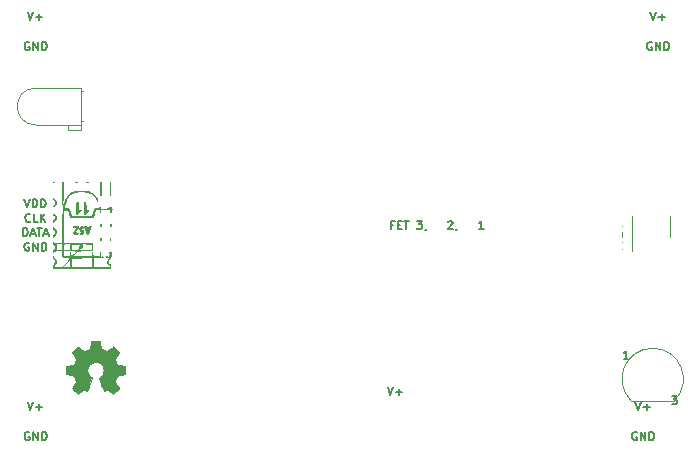
<source format=gto>
G04 #@! TF.GenerationSoftware,KiCad,Pcbnew,5.0.2+dfsg1-1~bpo9+1*
G04 #@! TF.CreationDate,2020-03-24T03:03:07-04:00*
G04 #@! TF.ProjectId,attiny10,61747469-6e79-4313-902e-6b696361645f,0.10.a*
G04 #@! TF.SameCoordinates,Original*
G04 #@! TF.FileFunction,Legend,Top*
G04 #@! TF.FilePolarity,Positive*
%FSLAX46Y46*%
G04 Gerber Fmt 4.6, Leading zero omitted, Abs format (unit mm)*
G04 Created by KiCad (PCBNEW 5.0.2+dfsg1-1~bpo9+1) date Tue 24 Mar 2020 03:03:07 AM EDT*
%MOMM*%
%LPD*%
G01*
G04 APERTURE LIST*
%ADD10C,0.175000*%
%ADD11C,0.002540*%
%ADD12C,0.120000*%
%ADD13C,0.010000*%
%ADD14C,0.150000*%
%ADD15O,1.700000X1.700000*%
%ADD16C,4.300000*%
%ADD17O,1.200000X1.400000*%
%ADD18C,1.800000*%
%ADD19R,1.800000X1.800000*%
%ADD20R,0.650000X1.560000*%
%ADD21R,1.300000X1.300000*%
%ADD22C,1.300000*%
G04 APERTURE END LIST*
D10*
X86875144Y-99455144D02*
X87308478Y-99455144D01*
X87075144Y-99721811D01*
X87175144Y-99721811D01*
X87241811Y-99755144D01*
X87275144Y-99788478D01*
X87308478Y-99855144D01*
X87308478Y-100021811D01*
X87275144Y-100088478D01*
X87241811Y-100121811D01*
X87175144Y-100155144D01*
X86975144Y-100155144D01*
X86908478Y-100121811D01*
X86875144Y-100088478D01*
X83200000Y-96316666D02*
X82800000Y-96316666D01*
X83000000Y-96316666D02*
X83000000Y-95616666D01*
X82933333Y-95716666D01*
X82866666Y-95783333D01*
X82800000Y-95816666D01*
X63316666Y-84950000D02*
X63083333Y-84950000D01*
X63083333Y-85316666D02*
X63083333Y-84616666D01*
X63416666Y-84616666D01*
X63683333Y-84950000D02*
X63916666Y-84950000D01*
X64016666Y-85316666D02*
X63683333Y-85316666D01*
X63683333Y-84616666D01*
X64016666Y-84616666D01*
X64216666Y-84616666D02*
X64616666Y-84616666D01*
X64416666Y-85316666D02*
X64416666Y-84616666D01*
X65316666Y-84616666D02*
X65750000Y-84616666D01*
X65516666Y-84883333D01*
X65616666Y-84883333D01*
X65683333Y-84916666D01*
X65716666Y-84950000D01*
X65750000Y-85016666D01*
X65750000Y-85183333D01*
X65716666Y-85250000D01*
X65683333Y-85283333D01*
X65616666Y-85316666D01*
X65416666Y-85316666D01*
X65350000Y-85283333D01*
X65316666Y-85250000D01*
X66083333Y-85283333D02*
X66083333Y-85316666D01*
X66050000Y-85383333D01*
X66016666Y-85416666D01*
X67950000Y-84683333D02*
X67983333Y-84650000D01*
X68050000Y-84616666D01*
X68216666Y-84616666D01*
X68283333Y-84650000D01*
X68316666Y-84683333D01*
X68350000Y-84750000D01*
X68350000Y-84816666D01*
X68316666Y-84916666D01*
X67916666Y-85316666D01*
X68350000Y-85316666D01*
X68683333Y-85283333D02*
X68683333Y-85316666D01*
X68650000Y-85383333D01*
X68616666Y-85416666D01*
X70950000Y-85316666D02*
X70550000Y-85316666D01*
X70750000Y-85316666D02*
X70750000Y-84616666D01*
X70683333Y-84716666D01*
X70616666Y-84783333D01*
X70550000Y-84816666D01*
X32066666Y-82779166D02*
X32300000Y-83479166D01*
X32533333Y-82779166D01*
X32766666Y-83479166D02*
X32766666Y-82779166D01*
X32933333Y-82779166D01*
X33033333Y-82812500D01*
X33100000Y-82879166D01*
X33133333Y-82945833D01*
X33166666Y-83079166D01*
X33166666Y-83179166D01*
X33133333Y-83312500D01*
X33100000Y-83379166D01*
X33033333Y-83445833D01*
X32933333Y-83479166D01*
X32766666Y-83479166D01*
X33466666Y-83479166D02*
X33466666Y-82779166D01*
X33633333Y-82779166D01*
X33733333Y-82812500D01*
X33800000Y-82879166D01*
X33833333Y-82945833D01*
X33866666Y-83079166D01*
X33866666Y-83179166D01*
X33833333Y-83312500D01*
X33800000Y-83379166D01*
X33733333Y-83445833D01*
X33633333Y-83479166D01*
X33466666Y-83479166D01*
X32583333Y-84637500D02*
X32550000Y-84670833D01*
X32450000Y-84704166D01*
X32383333Y-84704166D01*
X32283333Y-84670833D01*
X32216666Y-84604166D01*
X32183333Y-84537500D01*
X32150000Y-84404166D01*
X32150000Y-84304166D01*
X32183333Y-84170833D01*
X32216666Y-84104166D01*
X32283333Y-84037500D01*
X32383333Y-84004166D01*
X32450000Y-84004166D01*
X32550000Y-84037500D01*
X32583333Y-84070833D01*
X33216666Y-84704166D02*
X32883333Y-84704166D01*
X32883333Y-84004166D01*
X33450000Y-84704166D02*
X33450000Y-84004166D01*
X33850000Y-84704166D02*
X33550000Y-84304166D01*
X33850000Y-84004166D02*
X33450000Y-84404166D01*
X31950000Y-85929166D02*
X31950000Y-85229166D01*
X32116666Y-85229166D01*
X32216666Y-85262500D01*
X32283333Y-85329166D01*
X32316666Y-85395833D01*
X32350000Y-85529166D01*
X32350000Y-85629166D01*
X32316666Y-85762500D01*
X32283333Y-85829166D01*
X32216666Y-85895833D01*
X32116666Y-85929166D01*
X31950000Y-85929166D01*
X32616666Y-85729166D02*
X32950000Y-85729166D01*
X32550000Y-85929166D02*
X32783333Y-85229166D01*
X33016666Y-85929166D01*
X33150000Y-85229166D02*
X33550000Y-85229166D01*
X33350000Y-85929166D02*
X33350000Y-85229166D01*
X33750000Y-85729166D02*
X34083333Y-85729166D01*
X33683333Y-85929166D02*
X33916666Y-85229166D01*
X34150000Y-85929166D01*
X32466666Y-86487500D02*
X32400000Y-86454166D01*
X32300000Y-86454166D01*
X32200000Y-86487500D01*
X32133333Y-86554166D01*
X32100000Y-86620833D01*
X32066666Y-86754166D01*
X32066666Y-86854166D01*
X32100000Y-86987500D01*
X32133333Y-87054166D01*
X32200000Y-87120833D01*
X32300000Y-87154166D01*
X32366666Y-87154166D01*
X32466666Y-87120833D01*
X32500000Y-87087500D01*
X32500000Y-86854166D01*
X32366666Y-86854166D01*
X32800000Y-87154166D02*
X32800000Y-86454166D01*
X33200000Y-87154166D01*
X33200000Y-86454166D01*
X33533333Y-87154166D02*
X33533333Y-86454166D01*
X33700000Y-86454166D01*
X33800000Y-86487500D01*
X33866666Y-86554166D01*
X33900000Y-86620833D01*
X33933333Y-86754166D01*
X33933333Y-86854166D01*
X33900000Y-86987500D01*
X33866666Y-87054166D01*
X33800000Y-87120833D01*
X33700000Y-87154166D01*
X33533333Y-87154166D01*
X32486666Y-69500000D02*
X32420000Y-69466666D01*
X32320000Y-69466666D01*
X32220000Y-69500000D01*
X32153333Y-69566666D01*
X32120000Y-69633333D01*
X32086666Y-69766666D01*
X32086666Y-69866666D01*
X32120000Y-70000000D01*
X32153333Y-70066666D01*
X32220000Y-70133333D01*
X32320000Y-70166666D01*
X32386666Y-70166666D01*
X32486666Y-70133333D01*
X32520000Y-70100000D01*
X32520000Y-69866666D01*
X32386666Y-69866666D01*
X32820000Y-70166666D02*
X32820000Y-69466666D01*
X33220000Y-70166666D01*
X33220000Y-69466666D01*
X33553333Y-70166666D02*
X33553333Y-69466666D01*
X33720000Y-69466666D01*
X33820000Y-69500000D01*
X33886666Y-69566666D01*
X33920000Y-69633333D01*
X33953333Y-69766666D01*
X33953333Y-69866666D01*
X33920000Y-70000000D01*
X33886666Y-70066666D01*
X33820000Y-70133333D01*
X33720000Y-70166666D01*
X33553333Y-70166666D01*
X83921666Y-102520000D02*
X83855000Y-102486666D01*
X83755000Y-102486666D01*
X83655000Y-102520000D01*
X83588333Y-102586666D01*
X83555000Y-102653333D01*
X83521666Y-102786666D01*
X83521666Y-102886666D01*
X83555000Y-103020000D01*
X83588333Y-103086666D01*
X83655000Y-103153333D01*
X83755000Y-103186666D01*
X83821666Y-103186666D01*
X83921666Y-103153333D01*
X83955000Y-103120000D01*
X83955000Y-102886666D01*
X83821666Y-102886666D01*
X84255000Y-103186666D02*
X84255000Y-102486666D01*
X84655000Y-103186666D01*
X84655000Y-102486666D01*
X84988333Y-103186666D02*
X84988333Y-102486666D01*
X85155000Y-102486666D01*
X85255000Y-102520000D01*
X85321666Y-102586666D01*
X85355000Y-102653333D01*
X85388333Y-102786666D01*
X85388333Y-102886666D01*
X85355000Y-103020000D01*
X85321666Y-103086666D01*
X85255000Y-103153333D01*
X85155000Y-103186666D01*
X84988333Y-103186666D01*
X83788333Y-99946666D02*
X84021666Y-100646666D01*
X84255000Y-99946666D01*
X84488333Y-100380000D02*
X85021666Y-100380000D01*
X84755000Y-100646666D02*
X84755000Y-100113333D01*
X85058333Y-66926666D02*
X85291666Y-67626666D01*
X85525000Y-66926666D01*
X85758333Y-67360000D02*
X86291666Y-67360000D01*
X86025000Y-67626666D02*
X86025000Y-67093333D01*
X85191666Y-69500000D02*
X85125000Y-69466666D01*
X85025000Y-69466666D01*
X84925000Y-69500000D01*
X84858333Y-69566666D01*
X84825000Y-69633333D01*
X84791666Y-69766666D01*
X84791666Y-69866666D01*
X84825000Y-70000000D01*
X84858333Y-70066666D01*
X84925000Y-70133333D01*
X85025000Y-70166666D01*
X85091666Y-70166666D01*
X85191666Y-70133333D01*
X85225000Y-70100000D01*
X85225000Y-69866666D01*
X85091666Y-69866666D01*
X85525000Y-70166666D02*
X85525000Y-69466666D01*
X85925000Y-70166666D01*
X85925000Y-69466666D01*
X86258333Y-70166666D02*
X86258333Y-69466666D01*
X86425000Y-69466666D01*
X86525000Y-69500000D01*
X86591666Y-69566666D01*
X86625000Y-69633333D01*
X86658333Y-69766666D01*
X86658333Y-69866666D01*
X86625000Y-70000000D01*
X86591666Y-70066666D01*
X86525000Y-70133333D01*
X86425000Y-70166666D01*
X86258333Y-70166666D01*
X62833333Y-98676666D02*
X63066666Y-99376666D01*
X63300000Y-98676666D01*
X63533333Y-99110000D02*
X64066666Y-99110000D01*
X63800000Y-99376666D02*
X63800000Y-98843333D01*
X32486666Y-102520000D02*
X32420000Y-102486666D01*
X32320000Y-102486666D01*
X32220000Y-102520000D01*
X32153333Y-102586666D01*
X32120000Y-102653333D01*
X32086666Y-102786666D01*
X32086666Y-102886666D01*
X32120000Y-103020000D01*
X32153333Y-103086666D01*
X32220000Y-103153333D01*
X32320000Y-103186666D01*
X32386666Y-103186666D01*
X32486666Y-103153333D01*
X32520000Y-103120000D01*
X32520000Y-102886666D01*
X32386666Y-102886666D01*
X32820000Y-103186666D02*
X32820000Y-102486666D01*
X33220000Y-103186666D01*
X33220000Y-102486666D01*
X33553333Y-103186666D02*
X33553333Y-102486666D01*
X33720000Y-102486666D01*
X33820000Y-102520000D01*
X33886666Y-102586666D01*
X33920000Y-102653333D01*
X33953333Y-102786666D01*
X33953333Y-102886666D01*
X33920000Y-103020000D01*
X33886666Y-103086666D01*
X33820000Y-103153333D01*
X33720000Y-103186666D01*
X33553333Y-103186666D01*
X32353333Y-99946666D02*
X32586666Y-100646666D01*
X32820000Y-99946666D01*
X33053333Y-100380000D02*
X33586666Y-100380000D01*
X33320000Y-100646666D02*
X33320000Y-100113333D01*
X32353333Y-66926666D02*
X32586666Y-67626666D01*
X32820000Y-66926666D01*
X33053333Y-67360000D02*
X33586666Y-67360000D01*
X33320000Y-67626666D02*
X33320000Y-67093333D01*
D11*
G04 #@! TO.C,G\002A\002A\002A*
G36*
X39613840Y-99245360D02*
X39588440Y-99230120D01*
X39530020Y-99194560D01*
X39446200Y-99138680D01*
X39347140Y-99072640D01*
X39248080Y-99006600D01*
X39166800Y-98953260D01*
X39110920Y-98915160D01*
X39085520Y-98902460D01*
X39072820Y-98907540D01*
X39027100Y-98930400D01*
X38958520Y-98965960D01*
X38917880Y-98986280D01*
X38856920Y-99011680D01*
X38823900Y-99019300D01*
X38818820Y-99009140D01*
X38795960Y-98960880D01*
X38760400Y-98879600D01*
X38714680Y-98770380D01*
X38658800Y-98643380D01*
X38602920Y-98508760D01*
X38544500Y-98369060D01*
X38488620Y-98234440D01*
X38440360Y-98115060D01*
X38399720Y-98018540D01*
X38374320Y-97949960D01*
X38364160Y-97922020D01*
X38366700Y-97914400D01*
X38399720Y-97883920D01*
X38453060Y-97843280D01*
X38572440Y-97746760D01*
X38689280Y-97601980D01*
X38760400Y-97436880D01*
X38783260Y-97251460D01*
X38762940Y-97081280D01*
X38696900Y-96918720D01*
X38582600Y-96771400D01*
X38442900Y-96662180D01*
X38280340Y-96593600D01*
X38100000Y-96570740D01*
X37927280Y-96591060D01*
X37759640Y-96657100D01*
X37612320Y-96768860D01*
X37548820Y-96839980D01*
X37462460Y-96989840D01*
X37414200Y-97147320D01*
X37409120Y-97187960D01*
X37416740Y-97363220D01*
X37467540Y-97533400D01*
X37561520Y-97683260D01*
X37691060Y-97807720D01*
X37706300Y-97817880D01*
X37764720Y-97863600D01*
X37805360Y-97894080D01*
X37835840Y-97919480D01*
X37612320Y-98457960D01*
X37576760Y-98541780D01*
X37515800Y-98689100D01*
X37462460Y-98816100D01*
X37419280Y-98917700D01*
X37388800Y-98983740D01*
X37376100Y-99011680D01*
X37376100Y-99014220D01*
X37355780Y-99016760D01*
X37315140Y-99001520D01*
X37238940Y-98965960D01*
X37190680Y-98940560D01*
X37132260Y-98912620D01*
X37106860Y-98902460D01*
X37084000Y-98915160D01*
X37030660Y-98950720D01*
X36949380Y-99004060D01*
X36852860Y-99067560D01*
X36761420Y-99131060D01*
X36677600Y-99186940D01*
X36616640Y-99225040D01*
X36586160Y-99242820D01*
X36581080Y-99242820D01*
X36555680Y-99227580D01*
X36507420Y-99186940D01*
X36433760Y-99118360D01*
X36329620Y-99014220D01*
X36314380Y-98998980D01*
X36228020Y-98912620D01*
X36159440Y-98838960D01*
X36113720Y-98788160D01*
X36095940Y-98765300D01*
X36111180Y-98734820D01*
X36149280Y-98673860D01*
X36205160Y-98587500D01*
X36273740Y-98488440D01*
X36451540Y-98229360D01*
X36355020Y-97985520D01*
X36324540Y-97909320D01*
X36286440Y-97820420D01*
X36258500Y-97754380D01*
X36243260Y-97726440D01*
X36217860Y-97716280D01*
X36149280Y-97701040D01*
X36052760Y-97680720D01*
X35938460Y-97660400D01*
X35826700Y-97640080D01*
X35727640Y-97619760D01*
X35656520Y-97607060D01*
X35623500Y-97599440D01*
X35615880Y-97594360D01*
X35608260Y-97579120D01*
X35605720Y-97546100D01*
X35603180Y-97485140D01*
X35600640Y-97391160D01*
X35600640Y-97251460D01*
X35600640Y-97236220D01*
X35603180Y-97106680D01*
X35605720Y-97000000D01*
X35608260Y-96933960D01*
X35613340Y-96906020D01*
X35643820Y-96898400D01*
X35714940Y-96883160D01*
X35814000Y-96865380D01*
X35933380Y-96842520D01*
X35941000Y-96839980D01*
X36057840Y-96817120D01*
X36156900Y-96796800D01*
X36228020Y-96781560D01*
X36255960Y-96771400D01*
X36263580Y-96763780D01*
X36286440Y-96718060D01*
X36319460Y-96644400D01*
X36360100Y-96555500D01*
X36398200Y-96461520D01*
X36431220Y-96377700D01*
X36454080Y-96316740D01*
X36461700Y-96288800D01*
X36459160Y-96286260D01*
X36441380Y-96258320D01*
X36400740Y-96197360D01*
X36344860Y-96113540D01*
X36276280Y-96011940D01*
X36271200Y-96004320D01*
X36202620Y-95905260D01*
X36146740Y-95818900D01*
X36111180Y-95760480D01*
X36095940Y-95732540D01*
X36095940Y-95730000D01*
X36118800Y-95699520D01*
X36169600Y-95643640D01*
X36243260Y-95567440D01*
X36329620Y-95478540D01*
X36357560Y-95453140D01*
X36456620Y-95356620D01*
X36522660Y-95295660D01*
X36565840Y-95262640D01*
X36586160Y-95255020D01*
X36616640Y-95272800D01*
X36680140Y-95313440D01*
X36763960Y-95371860D01*
X36865560Y-95440440D01*
X36873180Y-95445520D01*
X36972240Y-95514100D01*
X37056060Y-95569980D01*
X37114480Y-95610620D01*
X37142420Y-95625860D01*
X37144960Y-95625860D01*
X37185600Y-95613160D01*
X37256720Y-95587760D01*
X37345620Y-95554740D01*
X37437060Y-95516640D01*
X37520880Y-95481080D01*
X37584380Y-95453140D01*
X37614860Y-95435360D01*
X37625020Y-95399800D01*
X37642800Y-95323600D01*
X37663120Y-95222000D01*
X37688520Y-95100080D01*
X37691060Y-95079760D01*
X37713920Y-94960380D01*
X37731700Y-94861320D01*
X37746940Y-94792740D01*
X37754560Y-94764800D01*
X37769800Y-94762260D01*
X37828220Y-94757180D01*
X37917120Y-94754640D01*
X38026340Y-94754640D01*
X38138100Y-94754640D01*
X38247320Y-94757180D01*
X38341300Y-94759720D01*
X38409880Y-94764800D01*
X38437820Y-94769880D01*
X38437820Y-94772420D01*
X38447980Y-94810520D01*
X38465760Y-94884180D01*
X38486080Y-94988320D01*
X38508940Y-95110240D01*
X38514020Y-95133100D01*
X38536880Y-95249940D01*
X38557200Y-95349000D01*
X38569900Y-95415040D01*
X38577520Y-95442980D01*
X38590220Y-95448060D01*
X38638480Y-95468380D01*
X38717220Y-95501400D01*
X38816280Y-95542040D01*
X39044880Y-95633480D01*
X39326820Y-95442980D01*
X39352220Y-95425200D01*
X39453820Y-95356620D01*
X39535100Y-95300740D01*
X39593520Y-95262640D01*
X39616380Y-95249940D01*
X39618920Y-95249940D01*
X39646860Y-95275340D01*
X39702740Y-95328680D01*
X39778940Y-95402340D01*
X39867840Y-95488700D01*
X39931340Y-95554740D01*
X40010080Y-95633480D01*
X40058340Y-95686820D01*
X40086280Y-95719840D01*
X40093900Y-95740160D01*
X40091360Y-95755400D01*
X40073580Y-95783340D01*
X40032940Y-95844300D01*
X39974520Y-95930660D01*
X39905940Y-96029720D01*
X39850060Y-96113540D01*
X39789100Y-96207520D01*
X39751000Y-96273560D01*
X39735760Y-96306580D01*
X39740840Y-96319280D01*
X39758620Y-96375160D01*
X39794180Y-96458980D01*
X39834820Y-96558040D01*
X39933880Y-96779020D01*
X40078660Y-96806960D01*
X40167560Y-96824740D01*
X40289480Y-96847600D01*
X40408860Y-96870460D01*
X40591740Y-96906020D01*
X40599360Y-97581660D01*
X40571420Y-97594360D01*
X40543480Y-97601980D01*
X40474900Y-97617220D01*
X40378380Y-97637540D01*
X40261540Y-97657860D01*
X40165020Y-97675640D01*
X40065960Y-97695960D01*
X39994840Y-97708660D01*
X39964360Y-97716280D01*
X39954200Y-97726440D01*
X39931340Y-97774700D01*
X39895780Y-97850900D01*
X39855140Y-97942340D01*
X39817040Y-98036320D01*
X39781480Y-98125220D01*
X39758620Y-98191260D01*
X39748460Y-98224280D01*
X39761160Y-98252220D01*
X39799260Y-98310640D01*
X39852600Y-98391920D01*
X39921180Y-98490980D01*
X39987220Y-98587500D01*
X40045640Y-98671320D01*
X40083740Y-98732280D01*
X40101520Y-98760220D01*
X40091360Y-98778000D01*
X40053260Y-98826260D01*
X39979600Y-98902460D01*
X39867840Y-99011680D01*
X39850060Y-99029460D01*
X39763700Y-99113280D01*
X39690040Y-99181860D01*
X39636700Y-99227580D01*
X39613840Y-99245360D01*
X39613840Y-99245360D01*
G37*
X39613840Y-99245360D02*
X39588440Y-99230120D01*
X39530020Y-99194560D01*
X39446200Y-99138680D01*
X39347140Y-99072640D01*
X39248080Y-99006600D01*
X39166800Y-98953260D01*
X39110920Y-98915160D01*
X39085520Y-98902460D01*
X39072820Y-98907540D01*
X39027100Y-98930400D01*
X38958520Y-98965960D01*
X38917880Y-98986280D01*
X38856920Y-99011680D01*
X38823900Y-99019300D01*
X38818820Y-99009140D01*
X38795960Y-98960880D01*
X38760400Y-98879600D01*
X38714680Y-98770380D01*
X38658800Y-98643380D01*
X38602920Y-98508760D01*
X38544500Y-98369060D01*
X38488620Y-98234440D01*
X38440360Y-98115060D01*
X38399720Y-98018540D01*
X38374320Y-97949960D01*
X38364160Y-97922020D01*
X38366700Y-97914400D01*
X38399720Y-97883920D01*
X38453060Y-97843280D01*
X38572440Y-97746760D01*
X38689280Y-97601980D01*
X38760400Y-97436880D01*
X38783260Y-97251460D01*
X38762940Y-97081280D01*
X38696900Y-96918720D01*
X38582600Y-96771400D01*
X38442900Y-96662180D01*
X38280340Y-96593600D01*
X38100000Y-96570740D01*
X37927280Y-96591060D01*
X37759640Y-96657100D01*
X37612320Y-96768860D01*
X37548820Y-96839980D01*
X37462460Y-96989840D01*
X37414200Y-97147320D01*
X37409120Y-97187960D01*
X37416740Y-97363220D01*
X37467540Y-97533400D01*
X37561520Y-97683260D01*
X37691060Y-97807720D01*
X37706300Y-97817880D01*
X37764720Y-97863600D01*
X37805360Y-97894080D01*
X37835840Y-97919480D01*
X37612320Y-98457960D01*
X37576760Y-98541780D01*
X37515800Y-98689100D01*
X37462460Y-98816100D01*
X37419280Y-98917700D01*
X37388800Y-98983740D01*
X37376100Y-99011680D01*
X37376100Y-99014220D01*
X37355780Y-99016760D01*
X37315140Y-99001520D01*
X37238940Y-98965960D01*
X37190680Y-98940560D01*
X37132260Y-98912620D01*
X37106860Y-98902460D01*
X37084000Y-98915160D01*
X37030660Y-98950720D01*
X36949380Y-99004060D01*
X36852860Y-99067560D01*
X36761420Y-99131060D01*
X36677600Y-99186940D01*
X36616640Y-99225040D01*
X36586160Y-99242820D01*
X36581080Y-99242820D01*
X36555680Y-99227580D01*
X36507420Y-99186940D01*
X36433760Y-99118360D01*
X36329620Y-99014220D01*
X36314380Y-98998980D01*
X36228020Y-98912620D01*
X36159440Y-98838960D01*
X36113720Y-98788160D01*
X36095940Y-98765300D01*
X36111180Y-98734820D01*
X36149280Y-98673860D01*
X36205160Y-98587500D01*
X36273740Y-98488440D01*
X36451540Y-98229360D01*
X36355020Y-97985520D01*
X36324540Y-97909320D01*
X36286440Y-97820420D01*
X36258500Y-97754380D01*
X36243260Y-97726440D01*
X36217860Y-97716280D01*
X36149280Y-97701040D01*
X36052760Y-97680720D01*
X35938460Y-97660400D01*
X35826700Y-97640080D01*
X35727640Y-97619760D01*
X35656520Y-97607060D01*
X35623500Y-97599440D01*
X35615880Y-97594360D01*
X35608260Y-97579120D01*
X35605720Y-97546100D01*
X35603180Y-97485140D01*
X35600640Y-97391160D01*
X35600640Y-97251460D01*
X35600640Y-97236220D01*
X35603180Y-97106680D01*
X35605720Y-97000000D01*
X35608260Y-96933960D01*
X35613340Y-96906020D01*
X35643820Y-96898400D01*
X35714940Y-96883160D01*
X35814000Y-96865380D01*
X35933380Y-96842520D01*
X35941000Y-96839980D01*
X36057840Y-96817120D01*
X36156900Y-96796800D01*
X36228020Y-96781560D01*
X36255960Y-96771400D01*
X36263580Y-96763780D01*
X36286440Y-96718060D01*
X36319460Y-96644400D01*
X36360100Y-96555500D01*
X36398200Y-96461520D01*
X36431220Y-96377700D01*
X36454080Y-96316740D01*
X36461700Y-96288800D01*
X36459160Y-96286260D01*
X36441380Y-96258320D01*
X36400740Y-96197360D01*
X36344860Y-96113540D01*
X36276280Y-96011940D01*
X36271200Y-96004320D01*
X36202620Y-95905260D01*
X36146740Y-95818900D01*
X36111180Y-95760480D01*
X36095940Y-95732540D01*
X36095940Y-95730000D01*
X36118800Y-95699520D01*
X36169600Y-95643640D01*
X36243260Y-95567440D01*
X36329620Y-95478540D01*
X36357560Y-95453140D01*
X36456620Y-95356620D01*
X36522660Y-95295660D01*
X36565840Y-95262640D01*
X36586160Y-95255020D01*
X36616640Y-95272800D01*
X36680140Y-95313440D01*
X36763960Y-95371860D01*
X36865560Y-95440440D01*
X36873180Y-95445520D01*
X36972240Y-95514100D01*
X37056060Y-95569980D01*
X37114480Y-95610620D01*
X37142420Y-95625860D01*
X37144960Y-95625860D01*
X37185600Y-95613160D01*
X37256720Y-95587760D01*
X37345620Y-95554740D01*
X37437060Y-95516640D01*
X37520880Y-95481080D01*
X37584380Y-95453140D01*
X37614860Y-95435360D01*
X37625020Y-95399800D01*
X37642800Y-95323600D01*
X37663120Y-95222000D01*
X37688520Y-95100080D01*
X37691060Y-95079760D01*
X37713920Y-94960380D01*
X37731700Y-94861320D01*
X37746940Y-94792740D01*
X37754560Y-94764800D01*
X37769800Y-94762260D01*
X37828220Y-94757180D01*
X37917120Y-94754640D01*
X38026340Y-94754640D01*
X38138100Y-94754640D01*
X38247320Y-94757180D01*
X38341300Y-94759720D01*
X38409880Y-94764800D01*
X38437820Y-94769880D01*
X38437820Y-94772420D01*
X38447980Y-94810520D01*
X38465760Y-94884180D01*
X38486080Y-94988320D01*
X38508940Y-95110240D01*
X38514020Y-95133100D01*
X38536880Y-95249940D01*
X38557200Y-95349000D01*
X38569900Y-95415040D01*
X38577520Y-95442980D01*
X38590220Y-95448060D01*
X38638480Y-95468380D01*
X38717220Y-95501400D01*
X38816280Y-95542040D01*
X39044880Y-95633480D01*
X39326820Y-95442980D01*
X39352220Y-95425200D01*
X39453820Y-95356620D01*
X39535100Y-95300740D01*
X39593520Y-95262640D01*
X39616380Y-95249940D01*
X39618920Y-95249940D01*
X39646860Y-95275340D01*
X39702740Y-95328680D01*
X39778940Y-95402340D01*
X39867840Y-95488700D01*
X39931340Y-95554740D01*
X40010080Y-95633480D01*
X40058340Y-95686820D01*
X40086280Y-95719840D01*
X40093900Y-95740160D01*
X40091360Y-95755400D01*
X40073580Y-95783340D01*
X40032940Y-95844300D01*
X39974520Y-95930660D01*
X39905940Y-96029720D01*
X39850060Y-96113540D01*
X39789100Y-96207520D01*
X39751000Y-96273560D01*
X39735760Y-96306580D01*
X39740840Y-96319280D01*
X39758620Y-96375160D01*
X39794180Y-96458980D01*
X39834820Y-96558040D01*
X39933880Y-96779020D01*
X40078660Y-96806960D01*
X40167560Y-96824740D01*
X40289480Y-96847600D01*
X40408860Y-96870460D01*
X40591740Y-96906020D01*
X40599360Y-97581660D01*
X40571420Y-97594360D01*
X40543480Y-97601980D01*
X40474900Y-97617220D01*
X40378380Y-97637540D01*
X40261540Y-97657860D01*
X40165020Y-97675640D01*
X40065960Y-97695960D01*
X39994840Y-97708660D01*
X39964360Y-97716280D01*
X39954200Y-97726440D01*
X39931340Y-97774700D01*
X39895780Y-97850900D01*
X39855140Y-97942340D01*
X39817040Y-98036320D01*
X39781480Y-98125220D01*
X39758620Y-98191260D01*
X39748460Y-98224280D01*
X39761160Y-98252220D01*
X39799260Y-98310640D01*
X39852600Y-98391920D01*
X39921180Y-98490980D01*
X39987220Y-98587500D01*
X40045640Y-98671320D01*
X40083740Y-98732280D01*
X40101520Y-98760220D01*
X40091360Y-98778000D01*
X40053260Y-98826260D01*
X39979600Y-98902460D01*
X39867840Y-99011680D01*
X39850060Y-99029460D01*
X39763700Y-99113280D01*
X39690040Y-99181860D01*
X39636700Y-99227580D01*
X39613840Y-99245360D01*
D12*
G04 #@! TO.C,REF100552*
X33030000Y-76490000D02*
G75*
G02X33030000Y-73370000I0J1560000D01*
G01*
X37020000Y-76200000D02*
X37020000Y-76200000D01*
X36890000Y-76200000D02*
X37020000Y-76200000D01*
X36890000Y-76200000D02*
X36890000Y-76200000D01*
X37020000Y-76200000D02*
X36890000Y-76200000D01*
X37020000Y-73660000D02*
X37020000Y-73660000D01*
X36890000Y-73660000D02*
X37020000Y-73660000D01*
X36890000Y-73660000D02*
X36890000Y-73660000D01*
X37020000Y-73660000D02*
X36890000Y-73660000D01*
X36890000Y-76490000D02*
X36890000Y-76890000D01*
X35770000Y-76490000D02*
X36890000Y-76490000D01*
X35770000Y-76890000D02*
X35770000Y-76490000D01*
X36890000Y-76890000D02*
X35770000Y-76890000D01*
X36890000Y-73370000D02*
X36890000Y-76490000D01*
X36890000Y-76490000D02*
X33030000Y-76490000D01*
X36890000Y-73370000D02*
X33030000Y-73370000D01*
G04 #@! TO.C,REF\002A\002A*
X83480000Y-84190000D02*
X83480000Y-87140000D01*
X86700000Y-85990000D02*
X86700000Y-84190000D01*
D13*
G04 #@! TO.C,G\002A\002A\002A*
G36*
X36235728Y-85712497D02*
X36169719Y-85684174D01*
X36165784Y-85624479D01*
X36222737Y-85523195D01*
X36326268Y-85386530D01*
X36499203Y-85169334D01*
X36326268Y-85169334D01*
X36207174Y-85159281D01*
X36157098Y-85125789D01*
X36153333Y-85105834D01*
X36174237Y-85067540D01*
X36247585Y-85047824D01*
X36386167Y-85042334D01*
X36523727Y-85047195D01*
X36595125Y-85065397D01*
X36618493Y-85102371D01*
X36619000Y-85112057D01*
X36593500Y-85182164D01*
X36528010Y-85287392D01*
X36470833Y-85362598D01*
X36389167Y-85466367D01*
X36335353Y-85542617D01*
X36322667Y-85568042D01*
X36359515Y-85585344D01*
X36448274Y-85592666D01*
X36449667Y-85592667D01*
X36550493Y-85611599D01*
X36576667Y-85656167D01*
X36554007Y-85696100D01*
X36475553Y-85715604D01*
X36365000Y-85719667D01*
X36235728Y-85712497D01*
X36235728Y-85712497D01*
G37*
X36235728Y-85712497D02*
X36169719Y-85684174D01*
X36165784Y-85624479D01*
X36222737Y-85523195D01*
X36326268Y-85386530D01*
X36499203Y-85169334D01*
X36326268Y-85169334D01*
X36207174Y-85159281D01*
X36157098Y-85125789D01*
X36153333Y-85105834D01*
X36174237Y-85067540D01*
X36247585Y-85047824D01*
X36386167Y-85042334D01*
X36523727Y-85047195D01*
X36595125Y-85065397D01*
X36618493Y-85102371D01*
X36619000Y-85112057D01*
X36593500Y-85182164D01*
X36528010Y-85287392D01*
X36470833Y-85362598D01*
X36389167Y-85466367D01*
X36335353Y-85542617D01*
X36322667Y-85568042D01*
X36359515Y-85585344D01*
X36448274Y-85592666D01*
X36449667Y-85592667D01*
X36550493Y-85611599D01*
X36576667Y-85656167D01*
X36554007Y-85696100D01*
X36475553Y-85715604D01*
X36365000Y-85719667D01*
X36235728Y-85712497D01*
G36*
X36772174Y-85700735D02*
X36746000Y-85656167D01*
X36781293Y-85604453D01*
X36830667Y-85592667D01*
X36903874Y-85576976D01*
X36901425Y-85538085D01*
X36824543Y-85488271D01*
X36820083Y-85486289D01*
X36744050Y-85415994D01*
X36711750Y-85309868D01*
X36719978Y-85194790D01*
X36765533Y-85097641D01*
X36845208Y-85045299D01*
X36873000Y-85042334D01*
X36957438Y-85076398D01*
X36998511Y-85124217D01*
X37037319Y-85211128D01*
X37024971Y-85247807D01*
X36978833Y-85254000D01*
X36922498Y-85231142D01*
X36915333Y-85211667D01*
X36882734Y-85171033D01*
X36870056Y-85169334D01*
X36840061Y-85204393D01*
X36838443Y-85264584D01*
X36870900Y-85336916D01*
X36952603Y-85348796D01*
X37019976Y-85349848D01*
X37038510Y-85389663D01*
X37026549Y-85470504D01*
X37007641Y-85582495D01*
X37000000Y-85661459D01*
X36961891Y-85706147D01*
X36873000Y-85719667D01*
X36772174Y-85700735D01*
X36772174Y-85700735D01*
G37*
X36772174Y-85700735D02*
X36746000Y-85656167D01*
X36781293Y-85604453D01*
X36830667Y-85592667D01*
X36903874Y-85576976D01*
X36901425Y-85538085D01*
X36824543Y-85488271D01*
X36820083Y-85486289D01*
X36744050Y-85415994D01*
X36711750Y-85309868D01*
X36719978Y-85194790D01*
X36765533Y-85097641D01*
X36845208Y-85045299D01*
X36873000Y-85042334D01*
X36957438Y-85076398D01*
X36998511Y-85124217D01*
X37037319Y-85211128D01*
X37024971Y-85247807D01*
X36978833Y-85254000D01*
X36922498Y-85231142D01*
X36915333Y-85211667D01*
X36882734Y-85171033D01*
X36870056Y-85169334D01*
X36840061Y-85204393D01*
X36838443Y-85264584D01*
X36870900Y-85336916D01*
X36952603Y-85348796D01*
X37019976Y-85349848D01*
X37038510Y-85389663D01*
X37026549Y-85470504D01*
X37007641Y-85582495D01*
X37000000Y-85661459D01*
X36961891Y-85706147D01*
X36873000Y-85719667D01*
X36772174Y-85700735D01*
G36*
X37354586Y-85678658D02*
X37309023Y-85610093D01*
X37257973Y-85479249D01*
X37226431Y-85381000D01*
X37180366Y-85230553D01*
X37145743Y-85115684D01*
X37128631Y-85056581D01*
X37127802Y-85052917D01*
X37153106Y-85035477D01*
X37209835Y-85052732D01*
X37260235Y-85090565D01*
X37269309Y-85105834D01*
X37325630Y-85153937D01*
X37402167Y-85169334D01*
X37492855Y-85147173D01*
X37535025Y-85105834D01*
X37574480Y-85064177D01*
X37633291Y-85038226D01*
X37673704Y-85042099D01*
X37676531Y-85052917D01*
X37664606Y-85095373D01*
X37633690Y-85198514D01*
X37589854Y-85342152D01*
X37589027Y-85344843D01*
X37463795Y-85344843D01*
X37436087Y-85301098D01*
X37402167Y-85296334D01*
X37346309Y-85324700D01*
X37339315Y-85349250D01*
X37361320Y-85431460D01*
X37375757Y-85458633D01*
X37410392Y-85489444D01*
X37438609Y-85444588D01*
X37463795Y-85344843D01*
X37589027Y-85344843D01*
X37577903Y-85381000D01*
X37520966Y-85549989D01*
X37473457Y-85649577D01*
X37427871Y-85693322D01*
X37402167Y-85698500D01*
X37354586Y-85678658D01*
X37354586Y-85678658D01*
G37*
X37354586Y-85678658D02*
X37309023Y-85610093D01*
X37257973Y-85479249D01*
X37226431Y-85381000D01*
X37180366Y-85230553D01*
X37145743Y-85115684D01*
X37128631Y-85056581D01*
X37127802Y-85052917D01*
X37153106Y-85035477D01*
X37209835Y-85052732D01*
X37260235Y-85090565D01*
X37269309Y-85105834D01*
X37325630Y-85153937D01*
X37402167Y-85169334D01*
X37492855Y-85147173D01*
X37535025Y-85105834D01*
X37574480Y-85064177D01*
X37633291Y-85038226D01*
X37673704Y-85042099D01*
X37676531Y-85052917D01*
X37664606Y-85095373D01*
X37633690Y-85198514D01*
X37589854Y-85342152D01*
X37589027Y-85344843D01*
X37463795Y-85344843D01*
X37436087Y-85301098D01*
X37402167Y-85296334D01*
X37346309Y-85324700D01*
X37339315Y-85349250D01*
X37361320Y-85431460D01*
X37375757Y-85458633D01*
X37410392Y-85489444D01*
X37438609Y-85444588D01*
X37463795Y-85344843D01*
X37589027Y-85344843D01*
X37577903Y-85381000D01*
X37520966Y-85549989D01*
X37473457Y-85649577D01*
X37427871Y-85693322D01*
X37402167Y-85698500D01*
X37354586Y-85678658D01*
G36*
X36473265Y-84027229D02*
X36458742Y-83906081D01*
X36450944Y-83709976D01*
X36449667Y-83560667D01*
X36450498Y-83346226D01*
X36454549Y-83202417D01*
X36464158Y-83115208D01*
X36481665Y-83070570D01*
X36509408Y-83054472D01*
X36534333Y-83052667D01*
X36575456Y-83059347D01*
X36600595Y-83090410D01*
X36613631Y-83162390D01*
X36618444Y-83291822D01*
X36619000Y-83413476D01*
X36619000Y-83774286D01*
X36724833Y-83704941D01*
X36799047Y-83660756D01*
X36826760Y-83666573D01*
X36830667Y-83710272D01*
X36801528Y-83780160D01*
X36729581Y-83875599D01*
X36638026Y-83971880D01*
X36550067Y-84044299D01*
X36494098Y-84068667D01*
X36473265Y-84027229D01*
X36473265Y-84027229D01*
G37*
X36473265Y-84027229D02*
X36458742Y-83906081D01*
X36450944Y-83709976D01*
X36449667Y-83560667D01*
X36450498Y-83346226D01*
X36454549Y-83202417D01*
X36464158Y-83115208D01*
X36481665Y-83070570D01*
X36509408Y-83054472D01*
X36534333Y-83052667D01*
X36575456Y-83059347D01*
X36600595Y-83090410D01*
X36613631Y-83162390D01*
X36618444Y-83291822D01*
X36619000Y-83413476D01*
X36619000Y-83774286D01*
X36724833Y-83704941D01*
X36799047Y-83660756D01*
X36826760Y-83666573D01*
X36830667Y-83710272D01*
X36801528Y-83780160D01*
X36729581Y-83875599D01*
X36638026Y-83971880D01*
X36550067Y-84044299D01*
X36494098Y-84068667D01*
X36473265Y-84027229D01*
G36*
X37108265Y-84027229D02*
X37093742Y-83906081D01*
X37085944Y-83709976D01*
X37084667Y-83560667D01*
X37085498Y-83346226D01*
X37089549Y-83202417D01*
X37099158Y-83115208D01*
X37116665Y-83070570D01*
X37144408Y-83054472D01*
X37169333Y-83052667D01*
X37210456Y-83059347D01*
X37235595Y-83090410D01*
X37248631Y-83162390D01*
X37253444Y-83291822D01*
X37254000Y-83413476D01*
X37254000Y-83774286D01*
X37359833Y-83704941D01*
X37434047Y-83660756D01*
X37461760Y-83666573D01*
X37465667Y-83710272D01*
X37436528Y-83780160D01*
X37364581Y-83875599D01*
X37273026Y-83971880D01*
X37185067Y-84044299D01*
X37129098Y-84068667D01*
X37108265Y-84027229D01*
X37108265Y-84027229D01*
G37*
X37108265Y-84027229D02*
X37093742Y-83906081D01*
X37085944Y-83709976D01*
X37084667Y-83560667D01*
X37085498Y-83346226D01*
X37089549Y-83202417D01*
X37099158Y-83115208D01*
X37116665Y-83070570D01*
X37144408Y-83054472D01*
X37169333Y-83052667D01*
X37210456Y-83059347D01*
X37235595Y-83090410D01*
X37248631Y-83162390D01*
X37253444Y-83291822D01*
X37254000Y-83413476D01*
X37254000Y-83774286D01*
X37359833Y-83704941D01*
X37434047Y-83660756D01*
X37461760Y-83666573D01*
X37465667Y-83710272D01*
X37436528Y-83780160D01*
X37364581Y-83875599D01*
X37273026Y-83971880D01*
X37185067Y-84044299D01*
X37129098Y-84068667D01*
X37108265Y-84027229D01*
G36*
X38645296Y-87685720D02*
X38608667Y-87667000D01*
X38575418Y-87635254D01*
X38606197Y-87631246D01*
X38685034Y-87654976D01*
X38714500Y-87667000D01*
X38762212Y-87695873D01*
X38735667Y-87705710D01*
X38645296Y-87685720D01*
X38645296Y-87685720D01*
G37*
X38645296Y-87685720D02*
X38608667Y-87667000D01*
X38575418Y-87635254D01*
X38606197Y-87631246D01*
X38685034Y-87654976D01*
X38714500Y-87667000D01*
X38762212Y-87695873D01*
X38735667Y-87705710D01*
X38645296Y-87685720D01*
G36*
X34505676Y-85943841D02*
X34532173Y-85851952D01*
X34601296Y-85751924D01*
X34610796Y-85742053D01*
X34688098Y-85621737D01*
X34680822Y-85500595D01*
X34589038Y-85379492D01*
X34580210Y-85371695D01*
X34516075Y-85270147D01*
X34514623Y-85202362D01*
X34530111Y-85152992D01*
X34538902Y-85172538D01*
X34572006Y-85245766D01*
X34644544Y-85332976D01*
X34650500Y-85338667D01*
X34738285Y-85471688D01*
X34755514Y-85622404D01*
X34701835Y-85764808D01*
X34656939Y-85816939D01*
X34578918Y-85902319D01*
X34533281Y-85973667D01*
X34513872Y-85998357D01*
X34505676Y-85943841D01*
X34505676Y-85943841D01*
G37*
X34505676Y-85943841D02*
X34532173Y-85851952D01*
X34601296Y-85751924D01*
X34610796Y-85742053D01*
X34688098Y-85621737D01*
X34680822Y-85500595D01*
X34589038Y-85379492D01*
X34580210Y-85371695D01*
X34516075Y-85270147D01*
X34514623Y-85202362D01*
X34530111Y-85152992D01*
X34538902Y-85172538D01*
X34572006Y-85245766D01*
X34644544Y-85332976D01*
X34650500Y-85338667D01*
X34738285Y-85471688D01*
X34755514Y-85622404D01*
X34701835Y-85764808D01*
X34656939Y-85816939D01*
X34578918Y-85902319D01*
X34533281Y-85973667D01*
X34513872Y-85998357D01*
X34505676Y-85943841D01*
G36*
X38704799Y-84305910D02*
X38717424Y-84286669D01*
X38760361Y-84283676D01*
X38805532Y-84294015D01*
X38785938Y-84309252D01*
X38719776Y-84314299D01*
X38704799Y-84305910D01*
X38704799Y-84305910D01*
G37*
X38704799Y-84305910D02*
X38717424Y-84286669D01*
X38760361Y-84283676D01*
X38805532Y-84294015D01*
X38785938Y-84309252D01*
X38719776Y-84314299D01*
X38704799Y-84305910D01*
G36*
X34505676Y-84678478D02*
X34533049Y-84583887D01*
X34587000Y-84513167D01*
X34651310Y-84412995D01*
X34671667Y-84316465D01*
X34639172Y-84196743D01*
X34587000Y-84143509D01*
X34521042Y-84090267D01*
X34502333Y-84058484D01*
X34526385Y-84026761D01*
X34590119Y-84056476D01*
X34664288Y-84124312D01*
X34742946Y-84261621D01*
X34742566Y-84408672D01*
X34663573Y-84545993D01*
X34654830Y-84555019D01*
X34578208Y-84640969D01*
X34532092Y-84709658D01*
X34531172Y-84711845D01*
X34512986Y-84723052D01*
X34505676Y-84678478D01*
X34505676Y-84678478D01*
G37*
X34505676Y-84678478D02*
X34533049Y-84583887D01*
X34587000Y-84513167D01*
X34651310Y-84412995D01*
X34671667Y-84316465D01*
X34639172Y-84196743D01*
X34587000Y-84143509D01*
X34521042Y-84090267D01*
X34502333Y-84058484D01*
X34526385Y-84026761D01*
X34590119Y-84056476D01*
X34664288Y-84124312D01*
X34742946Y-84261621D01*
X34742566Y-84408672D01*
X34663573Y-84545993D01*
X34654830Y-84555019D01*
X34578208Y-84640969D01*
X34532092Y-84709658D01*
X34531172Y-84711845D01*
X34512986Y-84723052D01*
X34505676Y-84678478D01*
G36*
X38704799Y-83078244D02*
X38717424Y-83059003D01*
X38760361Y-83056009D01*
X38805532Y-83066348D01*
X38785938Y-83081586D01*
X38719776Y-83086632D01*
X38704799Y-83078244D01*
X38704799Y-83078244D01*
G37*
X38704799Y-83078244D02*
X38717424Y-83059003D01*
X38760361Y-83056009D01*
X38805532Y-83066348D01*
X38785938Y-83081586D01*
X38719776Y-83086632D01*
X38704799Y-83078244D01*
G36*
X34507654Y-83372254D02*
X34516451Y-83331832D01*
X34583693Y-83295292D01*
X34587000Y-83294401D01*
X34649211Y-83240037D01*
X34676468Y-83138652D01*
X34669018Y-83020230D01*
X34627106Y-82914754D01*
X34583511Y-82868722D01*
X34515733Y-82780883D01*
X34514246Y-82707571D01*
X34529258Y-82650690D01*
X34538045Y-82676453D01*
X34538902Y-82686741D01*
X34574529Y-82767364D01*
X34650500Y-82848564D01*
X34738303Y-82961133D01*
X34756333Y-83067487D01*
X34733810Y-83199732D01*
X34676836Y-83313542D01*
X34601311Y-83382229D01*
X34563433Y-83391334D01*
X34507654Y-83372254D01*
X34507654Y-83372254D01*
G37*
X34507654Y-83372254D02*
X34516451Y-83331832D01*
X34583693Y-83295292D01*
X34587000Y-83294401D01*
X34649211Y-83240037D01*
X34676468Y-83138652D01*
X34669018Y-83020230D01*
X34627106Y-82914754D01*
X34583511Y-82868722D01*
X34515733Y-82780883D01*
X34514246Y-82707571D01*
X34529258Y-82650690D01*
X34538045Y-82676453D01*
X34538902Y-82686741D01*
X34574529Y-82767364D01*
X34650500Y-82848564D01*
X34738303Y-82961133D01*
X34756333Y-83067487D01*
X34733810Y-83199732D01*
X34676836Y-83313542D01*
X34601311Y-83382229D01*
X34563433Y-83391334D01*
X34507654Y-83372254D01*
G36*
X34502333Y-81338167D02*
X34523500Y-81317000D01*
X34544667Y-81338167D01*
X34523500Y-81359334D01*
X34502333Y-81338167D01*
X34502333Y-81338167D01*
G37*
X34502333Y-81338167D02*
X34523500Y-81317000D01*
X34544667Y-81338167D01*
X34523500Y-81359334D01*
X34502333Y-81338167D01*
G36*
X35284918Y-83148414D02*
X35280951Y-83035915D01*
X35277383Y-82838790D01*
X35274214Y-82557022D01*
X35273119Y-82428250D01*
X35271930Y-82131503D01*
X35273080Y-81864625D01*
X35276340Y-81638679D01*
X35281481Y-81464725D01*
X35288277Y-81353824D01*
X35296083Y-81316946D01*
X35305834Y-81356975D01*
X35313116Y-81468007D01*
X35317542Y-81636405D01*
X35318720Y-81848529D01*
X35316965Y-82047196D01*
X35310651Y-82442103D01*
X35304724Y-82752484D01*
X35299185Y-82978322D01*
X35294037Y-83119601D01*
X35289280Y-83176304D01*
X35284918Y-83148414D01*
X35284918Y-83148414D01*
G37*
X35284918Y-83148414D02*
X35280951Y-83035915D01*
X35277383Y-82838790D01*
X35274214Y-82557022D01*
X35273119Y-82428250D01*
X35271930Y-82131503D01*
X35273080Y-81864625D01*
X35276340Y-81638679D01*
X35281481Y-81464725D01*
X35288277Y-81353824D01*
X35296083Y-81316946D01*
X35305834Y-81356975D01*
X35313116Y-81468007D01*
X35317542Y-81636405D01*
X35318720Y-81848529D01*
X35316965Y-82047196D01*
X35310651Y-82442103D01*
X35304724Y-82752484D01*
X35299185Y-82978322D01*
X35294037Y-83119601D01*
X35289280Y-83176304D01*
X35284918Y-83148414D01*
G36*
X36353611Y-81344768D02*
X36352204Y-81330871D01*
X36418475Y-81325195D01*
X36428500Y-81325253D01*
X36494157Y-81331358D01*
X36487890Y-81344242D01*
X36480611Y-81346337D01*
X36388396Y-81352535D01*
X36353611Y-81344768D01*
X36353611Y-81344768D01*
G37*
X36353611Y-81344768D02*
X36352204Y-81330871D01*
X36418475Y-81325195D01*
X36428500Y-81325253D01*
X36494157Y-81331358D01*
X36487890Y-81344242D01*
X36480611Y-81346337D01*
X36388396Y-81352535D01*
X36353611Y-81344768D01*
G36*
X37284944Y-81344768D02*
X37283537Y-81330871D01*
X37349808Y-81325195D01*
X37359833Y-81325253D01*
X37425491Y-81331358D01*
X37419223Y-81344242D01*
X37411944Y-81346337D01*
X37319729Y-81352535D01*
X37284944Y-81344768D01*
X37284944Y-81344768D01*
G37*
X37284944Y-81344768D02*
X37283537Y-81330871D01*
X37349808Y-81325195D01*
X37359833Y-81325253D01*
X37425491Y-81331358D01*
X37419223Y-81344242D01*
X37411944Y-81346337D01*
X37319729Y-81352535D01*
X37284944Y-81344768D01*
G36*
X38502625Y-83191744D02*
X38498642Y-83083754D01*
X38495050Y-82891252D01*
X38491856Y-82614175D01*
X38490453Y-82449417D01*
X38489263Y-82149732D01*
X38490371Y-81879814D01*
X38493554Y-81650620D01*
X38498590Y-81473107D01*
X38505257Y-81358232D01*
X38513333Y-81316952D01*
X38513417Y-81316948D01*
X38523046Y-81357011D01*
X38530286Y-81468271D01*
X38534760Y-81637285D01*
X38536097Y-81850605D01*
X38534322Y-82068365D01*
X38528145Y-82466158D01*
X38522317Y-82779808D01*
X38516844Y-83009253D01*
X38511733Y-83154432D01*
X38506991Y-83215283D01*
X38502625Y-83191744D01*
X38502625Y-83191744D01*
G37*
X38502625Y-83191744D02*
X38498642Y-83083754D01*
X38495050Y-82891252D01*
X38491856Y-82614175D01*
X38490453Y-82449417D01*
X38489263Y-82149732D01*
X38490371Y-81879814D01*
X38493554Y-81650620D01*
X38498590Y-81473107D01*
X38505257Y-81358232D01*
X38513333Y-81316952D01*
X38513417Y-81316948D01*
X38523046Y-81357011D01*
X38530286Y-81468271D01*
X38534760Y-81637285D01*
X38536097Y-81850605D01*
X38534322Y-82068365D01*
X38528145Y-82466158D01*
X38522317Y-82779808D01*
X38516844Y-83009253D01*
X38511733Y-83154432D01*
X38506991Y-83215283D01*
X38502625Y-83191744D01*
G36*
X35396250Y-88642478D02*
X35131232Y-88642323D01*
X34937779Y-88642082D01*
X34851583Y-88641871D01*
X34502333Y-88640667D01*
X34502333Y-88477895D01*
X34531387Y-88316459D01*
X34587000Y-88238500D01*
X34652295Y-88137821D01*
X34671667Y-88048000D01*
X34640746Y-87932196D01*
X34587000Y-87857500D01*
X34522879Y-87757315D01*
X34507244Y-87671023D01*
X34515111Y-87607948D01*
X34529606Y-87628685D01*
X34531796Y-87636712D01*
X34574536Y-87718364D01*
X34650749Y-87811542D01*
X34653886Y-87814704D01*
X34739927Y-87947730D01*
X34741936Y-88090004D01*
X34659919Y-88240499D01*
X34650500Y-88251947D01*
X34580792Y-88356998D01*
X34545673Y-88453400D01*
X34544667Y-88466862D01*
X34550478Y-88510308D01*
X34579062Y-88536755D01*
X34647144Y-88550387D01*
X34771449Y-88555391D01*
X34900850Y-88556000D01*
X35257033Y-88556000D01*
X35599350Y-88158077D01*
X35730011Y-88004256D01*
X35837676Y-87873824D01*
X35911719Y-87779921D01*
X35941512Y-87735689D01*
X35941667Y-87734744D01*
X35902963Y-87722057D01*
X35801337Y-87712949D01*
X35658516Y-87709337D01*
X35653800Y-87709334D01*
X35489371Y-87701908D01*
X35367397Y-87681933D01*
X35315134Y-87658534D01*
X35287390Y-87590670D01*
X35268939Y-87468666D01*
X35264333Y-87362200D01*
X35264333Y-87116667D01*
X34907604Y-87116667D01*
X34729831Y-87119082D01*
X34619657Y-87128557D01*
X34560096Y-87148437D01*
X34534164Y-87182069D01*
X34531515Y-87190751D01*
X34515670Y-87238926D01*
X34508579Y-87205007D01*
X34507244Y-87185022D01*
X34533193Y-87103471D01*
X34602965Y-87012171D01*
X34610867Y-87004624D01*
X34686718Y-86896528D01*
X34683370Y-86780269D01*
X34600187Y-86647489D01*
X34582135Y-86627105D01*
X34523276Y-86533327D01*
X34505676Y-86457772D01*
X34516503Y-86413661D01*
X34530370Y-86428750D01*
X34579743Y-86458540D01*
X34702209Y-86475926D01*
X34903162Y-86481666D01*
X34906938Y-86481667D01*
X35262154Y-86481667D01*
X35277413Y-85052917D01*
X35283348Y-84601906D01*
X35291306Y-84226090D01*
X35302268Y-83916005D01*
X35317220Y-83662186D01*
X35337143Y-83455170D01*
X35363022Y-83285490D01*
X35395840Y-83143683D01*
X35436580Y-83020284D01*
X35486226Y-82905829D01*
X35504296Y-82869266D01*
X35668249Y-82613328D01*
X35880030Y-82382691D01*
X36114535Y-82203596D01*
X36172801Y-82170462D01*
X36271075Y-82122037D01*
X36361505Y-82089859D01*
X36465091Y-82070649D01*
X36602831Y-82061128D01*
X36795728Y-82058018D01*
X36894167Y-82057834D01*
X37118311Y-82059556D01*
X37279039Y-82066783D01*
X37397564Y-82082605D01*
X37495102Y-82110112D01*
X37592868Y-82152395D01*
X37613833Y-82162657D01*
X37883357Y-82338334D01*
X38112324Y-82570857D01*
X38288346Y-82842880D01*
X38399033Y-83137056D01*
X38427562Y-83301896D01*
X38446230Y-83440630D01*
X38468200Y-83539500D01*
X38375833Y-83539500D01*
X38367436Y-83355728D01*
X38322447Y-83122874D01*
X38217566Y-82875051D01*
X38068121Y-82636153D01*
X37889439Y-82430078D01*
X37696847Y-82280720D01*
X37667591Y-82264626D01*
X37381555Y-82157281D01*
X37056004Y-82102856D01*
X36718786Y-82102981D01*
X36397748Y-82159287D01*
X36314432Y-82185384D01*
X36099682Y-82294112D01*
X35887314Y-82460432D01*
X35704525Y-82660987D01*
X35627950Y-82774864D01*
X35562863Y-82906838D01*
X35501383Y-83066736D01*
X35450164Y-83231600D01*
X35415857Y-83378469D01*
X35405113Y-83484384D01*
X35412536Y-83518392D01*
X35467656Y-83544696D01*
X35574053Y-83559486D01*
X35616464Y-83560667D01*
X35794265Y-83560667D01*
X35899716Y-83888750D01*
X36005167Y-84216834D01*
X37798701Y-84239668D01*
X37909750Y-83875595D01*
X38020799Y-83511523D01*
X38198316Y-83525512D01*
X38375833Y-83539500D01*
X38468200Y-83539500D01*
X38469668Y-83546103D01*
X38485550Y-83583939D01*
X38492715Y-83634103D01*
X38499626Y-83760393D01*
X38506110Y-83954269D01*
X38511998Y-84207190D01*
X38517118Y-84510616D01*
X38520100Y-84756979D01*
X38474487Y-84756979D01*
X38473637Y-84428343D01*
X38471054Y-84166089D01*
X38466612Y-83964128D01*
X38460181Y-83816367D01*
X38451631Y-83716716D01*
X38440835Y-83659084D01*
X38429178Y-83638162D01*
X38352627Y-83614937D01*
X38237723Y-83603795D01*
X38226247Y-83603649D01*
X38076661Y-83603000D01*
X37971840Y-83952250D01*
X37867018Y-84301500D01*
X35962833Y-84301500D01*
X35852048Y-83984000D01*
X35741262Y-83666500D01*
X35327833Y-83666500D01*
X35316679Y-85074084D01*
X35305525Y-86481667D01*
X35570679Y-86488784D01*
X35835833Y-86495900D01*
X35581833Y-86520534D01*
X35327833Y-86545167D01*
X35327833Y-87053167D01*
X35546084Y-87074334D01*
X35264333Y-87074334D01*
X35264333Y-86524000D01*
X34638461Y-86524000D01*
X34716014Y-86676117D01*
X34765836Y-86806555D01*
X34760984Y-86911573D01*
X34753784Y-86932873D01*
X34724070Y-87017228D01*
X34714000Y-87055923D01*
X34752624Y-87065300D01*
X34853679Y-87071931D01*
X34989167Y-87074334D01*
X35264333Y-87074334D01*
X35546084Y-87074334D01*
X35581833Y-87077801D01*
X35835833Y-87102434D01*
X35571250Y-87109551D01*
X35306667Y-87116667D01*
X35306667Y-87303705D01*
X35311418Y-87462155D01*
X35337067Y-87557482D01*
X35400708Y-87605671D01*
X35519438Y-87622711D01*
X35649863Y-87624667D01*
X35941667Y-87624667D01*
X35949063Y-87444750D01*
X35956459Y-87264834D01*
X35972664Y-87444750D01*
X35990238Y-87554650D01*
X36015274Y-87618303D01*
X36025485Y-87624667D01*
X36068972Y-87594937D01*
X36147272Y-87519154D01*
X36242365Y-87417426D01*
X36336236Y-87309861D01*
X36410865Y-87216569D01*
X36448235Y-87157659D01*
X36449667Y-87151257D01*
X36411284Y-87132939D01*
X36311884Y-87116733D01*
X36206250Y-87108196D01*
X35962833Y-87095500D01*
X35962833Y-86502834D01*
X36846442Y-86491376D01*
X37178910Y-86488810D01*
X37433080Y-86490975D01*
X37615205Y-86498125D01*
X37731536Y-86510514D01*
X37788324Y-86528399D01*
X37790204Y-86529841D01*
X37826825Y-86595906D01*
X37840311Y-86722067D01*
X37837929Y-86837632D01*
X37826521Y-87074334D01*
X37762000Y-87074334D01*
X37762000Y-86827389D01*
X37757360Y-86689365D01*
X37745357Y-86587696D01*
X37732909Y-86551354D01*
X37683446Y-86542947D01*
X37562753Y-86536662D01*
X37384246Y-86532775D01*
X37161340Y-86531561D01*
X36907453Y-86533297D01*
X36875659Y-86533715D01*
X36047500Y-86545167D01*
X36034897Y-86809750D01*
X36022293Y-87074334D01*
X36270934Y-87074334D01*
X36425207Y-87067880D01*
X36523858Y-87043161D01*
X36595313Y-86992142D01*
X36607910Y-86979084D01*
X36677862Y-86874007D01*
X36710539Y-86778000D01*
X36743384Y-86695656D01*
X36826352Y-86672192D01*
X36830667Y-86672167D01*
X36911228Y-86689652D01*
X36936053Y-86758497D01*
X36936500Y-86778000D01*
X36917889Y-86859412D01*
X36845930Y-86893550D01*
X36820067Y-86897231D01*
X36717785Y-86935168D01*
X36659828Y-86992481D01*
X36646037Y-87025270D01*
X36654010Y-87047886D01*
X36695941Y-87062213D01*
X36784024Y-87070138D01*
X36930456Y-87073547D01*
X37147429Y-87074327D01*
X37189011Y-87074334D01*
X37762000Y-87074334D01*
X37826521Y-87074334D01*
X37825500Y-87095500D01*
X37254000Y-87105818D01*
X37035606Y-87111078D01*
X36842189Y-87118175D01*
X36692415Y-87126253D01*
X36604952Y-87134452D01*
X36596669Y-87136011D01*
X36527551Y-87176726D01*
X36426737Y-87265060D01*
X36315300Y-87382420D01*
X36308479Y-87390276D01*
X36106121Y-87624667D01*
X37804333Y-87624667D01*
X37811729Y-87444750D01*
X37819125Y-87264834D01*
X37835418Y-87446554D01*
X37851711Y-87628275D01*
X38156106Y-87615888D01*
X38460500Y-87603500D01*
X38471511Y-85637763D01*
X38473736Y-85158089D01*
X38474487Y-84756979D01*
X38520100Y-84756979D01*
X38521299Y-84856006D01*
X38524371Y-85234820D01*
X38526073Y-85606871D01*
X38526955Y-86098715D01*
X38526406Y-86511444D01*
X38524300Y-86850600D01*
X38520514Y-87121725D01*
X38514924Y-87330362D01*
X38507406Y-87482051D01*
X38497835Y-87582335D01*
X38486088Y-87636755D01*
X38480409Y-87647350D01*
X38411334Y-87685654D01*
X38277038Y-87705455D01*
X38137817Y-87709334D01*
X37846667Y-87709334D01*
X37846667Y-88556000D01*
X37804333Y-88556000D01*
X37804333Y-87707650D01*
X36005167Y-87730500D01*
X35993051Y-88143250D01*
X35980935Y-88556000D01*
X35941667Y-88556000D01*
X35940144Y-88185584D01*
X35938622Y-87815167D01*
X35844894Y-87926764D01*
X35771465Y-88012847D01*
X35663626Y-88137691D01*
X35542851Y-88276452D01*
X35524728Y-88297181D01*
X35298290Y-88556001D01*
X35619978Y-88556001D01*
X35941667Y-88556000D01*
X35980935Y-88556000D01*
X35980934Y-88556001D01*
X36892634Y-88556001D01*
X37804333Y-88556000D01*
X37846667Y-88556000D01*
X38566333Y-88556000D01*
X38828655Y-88555522D01*
X39018120Y-88553181D01*
X39146538Y-88547620D01*
X39225719Y-88537481D01*
X39267471Y-88521407D01*
X39283604Y-88498039D01*
X39286000Y-88473258D01*
X39257409Y-88388250D01*
X39187811Y-88292542D01*
X39180167Y-88284682D01*
X39091907Y-88146970D01*
X39074333Y-88048000D01*
X39114332Y-87898881D01*
X39180167Y-87811319D01*
X39261135Y-87723927D01*
X39275121Y-87682507D01*
X39219235Y-87677706D01*
X39142682Y-87690051D01*
X39029740Y-87696796D01*
X38970889Y-87670866D01*
X38978118Y-87635483D01*
X39018958Y-87631438D01*
X39163736Y-87638013D01*
X39243835Y-87614401D01*
X39278248Y-87543367D01*
X39285965Y-87407676D01*
X39286000Y-87389101D01*
X39280604Y-87246115D01*
X39256459Y-87155335D01*
X39201627Y-87084577D01*
X39159000Y-87046671D01*
X39055545Y-86921623D01*
X39032000Y-86824553D01*
X39057294Y-86722209D01*
X39118679Y-86618142D01*
X39194405Y-86542996D01*
X39245316Y-86524001D01*
X39265234Y-86485227D01*
X39279735Y-86383073D01*
X39285946Y-86238783D01*
X39286000Y-86223176D01*
X39282943Y-86061313D01*
X39269342Y-85959917D01*
X39238554Y-85894877D01*
X39183935Y-85842085D01*
X39180167Y-85839104D01*
X39108068Y-85761018D01*
X39078042Y-85656865D01*
X39074333Y-85571500D01*
X39086603Y-85436258D01*
X39132836Y-85347587D01*
X39180167Y-85303897D01*
X39236266Y-85251079D01*
X39268175Y-85187321D01*
X39282536Y-85088511D01*
X39285994Y-84930540D01*
X39286000Y-84919825D01*
X39282071Y-84755928D01*
X39268294Y-84661740D01*
X39241690Y-84622581D01*
X39224901Y-84619000D01*
X39149398Y-84582338D01*
X39080037Y-84492625D01*
X39037197Y-84380270D01*
X39032000Y-84331158D01*
X39060952Y-84239036D01*
X39133036Y-84132560D01*
X39159000Y-84104488D01*
X39246514Y-83995983D01*
X39281878Y-83879099D01*
X39286000Y-83791892D01*
X39286000Y-83606297D01*
X38915583Y-83592187D01*
X38545167Y-83578078D01*
X38915583Y-83569372D01*
X39117962Y-83558776D01*
X39240998Y-83534881D01*
X39289640Y-83492346D01*
X39268838Y-83425829D01*
X39183541Y-83329990D01*
X39159000Y-83306667D01*
X39061694Y-83187857D01*
X39040758Y-83073766D01*
X39096191Y-82948196D01*
X39159000Y-82868635D01*
X39286000Y-82723990D01*
X39286000Y-82020495D01*
X39288590Y-81730998D01*
X39296219Y-81515279D01*
X39308679Y-81376708D01*
X39325760Y-81318653D01*
X39329672Y-81317000D01*
X39346521Y-81357835D01*
X39355751Y-81480791D01*
X39357378Y-81686547D01*
X39351419Y-81975782D01*
X39348732Y-82061677D01*
X39339573Y-82329135D01*
X39330978Y-82525269D01*
X39320772Y-82663378D01*
X39306779Y-82756760D01*
X39286826Y-82818713D01*
X39258738Y-82862536D01*
X39220339Y-82901528D01*
X39209810Y-82911221D01*
X39139909Y-82986974D01*
X39136748Y-83029298D01*
X39153207Y-83039502D01*
X39189726Y-83066326D01*
X39153207Y-83101357D01*
X39130093Y-83138234D01*
X39164163Y-83193827D01*
X39233083Y-83258065D01*
X39319311Y-83351884D01*
X39367202Y-83442244D01*
X39370667Y-83464972D01*
X39392939Y-83546112D01*
X39423584Y-83574964D01*
X39454779Y-83594091D01*
X39423583Y-83599658D01*
X39387295Y-83642995D01*
X39371334Y-83763924D01*
X39370667Y-83805240D01*
X39361899Y-83941300D01*
X39324463Y-84033214D01*
X39241663Y-84120653D01*
X39235707Y-84125905D01*
X39154726Y-84205123D01*
X39135328Y-84253297D01*
X39161623Y-84282851D01*
X39195084Y-84315004D01*
X39169583Y-84322019D01*
X39120009Y-84347374D01*
X39128173Y-84408859D01*
X39187477Y-84487562D01*
X39243667Y-84534334D01*
X39307047Y-84583865D01*
X39344822Y-84635659D01*
X39363604Y-84711964D01*
X39370008Y-84835031D01*
X39370667Y-84961598D01*
X39368997Y-85130353D01*
X39360377Y-85233933D01*
X39339398Y-85291816D01*
X39300644Y-85323478D01*
X39266016Y-85338218D01*
X39172437Y-85411499D01*
X39133643Y-85488458D01*
X39128801Y-85606256D01*
X39162094Y-85716776D01*
X39221272Y-85790316D01*
X39263926Y-85804334D01*
X39321418Y-85832506D01*
X39329477Y-85857250D01*
X39331489Y-85923697D01*
X39335703Y-86048536D01*
X39341232Y-86205548D01*
X39341600Y-86215809D01*
X39345239Y-86376116D01*
X39337572Y-86475662D01*
X39312127Y-86538214D01*
X39262431Y-86587539D01*
X39234623Y-86608659D01*
X39135569Y-86722692D01*
X39116150Y-86848788D01*
X39176033Y-86971209D01*
X39243667Y-87032001D01*
X39310788Y-87085529D01*
X39348845Y-87142475D01*
X39366035Y-87227645D01*
X39370555Y-87365844D01*
X39370667Y-87416297D01*
X39366502Y-87580727D01*
X39350240Y-87684189D01*
X39316233Y-87750137D01*
X39282135Y-87783832D01*
X39171609Y-87916428D01*
X39144614Y-88059876D01*
X39181397Y-88177380D01*
X39236674Y-88262586D01*
X39284189Y-88301723D01*
X39287087Y-88302000D01*
X39312917Y-88339559D01*
X39327282Y-88433385D01*
X39328333Y-88471334D01*
X39328333Y-88640667D01*
X38598083Y-88641261D01*
X38051144Y-88641673D01*
X37521012Y-88642007D01*
X37015510Y-88642263D01*
X36542461Y-88642440D01*
X36109686Y-88642535D01*
X35725008Y-88642548D01*
X35396250Y-88642478D01*
X35396250Y-88642478D01*
G37*
X35396250Y-88642478D02*
X35131232Y-88642323D01*
X34937779Y-88642082D01*
X34851583Y-88641871D01*
X34502333Y-88640667D01*
X34502333Y-88477895D01*
X34531387Y-88316459D01*
X34587000Y-88238500D01*
X34652295Y-88137821D01*
X34671667Y-88048000D01*
X34640746Y-87932196D01*
X34587000Y-87857500D01*
X34522879Y-87757315D01*
X34507244Y-87671023D01*
X34515111Y-87607948D01*
X34529606Y-87628685D01*
X34531796Y-87636712D01*
X34574536Y-87718364D01*
X34650749Y-87811542D01*
X34653886Y-87814704D01*
X34739927Y-87947730D01*
X34741936Y-88090004D01*
X34659919Y-88240499D01*
X34650500Y-88251947D01*
X34580792Y-88356998D01*
X34545673Y-88453400D01*
X34544667Y-88466862D01*
X34550478Y-88510308D01*
X34579062Y-88536755D01*
X34647144Y-88550387D01*
X34771449Y-88555391D01*
X34900850Y-88556000D01*
X35257033Y-88556000D01*
X35599350Y-88158077D01*
X35730011Y-88004256D01*
X35837676Y-87873824D01*
X35911719Y-87779921D01*
X35941512Y-87735689D01*
X35941667Y-87734744D01*
X35902963Y-87722057D01*
X35801337Y-87712949D01*
X35658516Y-87709337D01*
X35653800Y-87709334D01*
X35489371Y-87701908D01*
X35367397Y-87681933D01*
X35315134Y-87658534D01*
X35287390Y-87590670D01*
X35268939Y-87468666D01*
X35264333Y-87362200D01*
X35264333Y-87116667D01*
X34907604Y-87116667D01*
X34729831Y-87119082D01*
X34619657Y-87128557D01*
X34560096Y-87148437D01*
X34534164Y-87182069D01*
X34531515Y-87190751D01*
X34515670Y-87238926D01*
X34508579Y-87205007D01*
X34507244Y-87185022D01*
X34533193Y-87103471D01*
X34602965Y-87012171D01*
X34610867Y-87004624D01*
X34686718Y-86896528D01*
X34683370Y-86780269D01*
X34600187Y-86647489D01*
X34582135Y-86627105D01*
X34523276Y-86533327D01*
X34505676Y-86457772D01*
X34516503Y-86413661D01*
X34530370Y-86428750D01*
X34579743Y-86458540D01*
X34702209Y-86475926D01*
X34903162Y-86481666D01*
X34906938Y-86481667D01*
X35262154Y-86481667D01*
X35277413Y-85052917D01*
X35283348Y-84601906D01*
X35291306Y-84226090D01*
X35302268Y-83916005D01*
X35317220Y-83662186D01*
X35337143Y-83455170D01*
X35363022Y-83285490D01*
X35395840Y-83143683D01*
X35436580Y-83020284D01*
X35486226Y-82905829D01*
X35504296Y-82869266D01*
X35668249Y-82613328D01*
X35880030Y-82382691D01*
X36114535Y-82203596D01*
X36172801Y-82170462D01*
X36271075Y-82122037D01*
X36361505Y-82089859D01*
X36465091Y-82070649D01*
X36602831Y-82061128D01*
X36795728Y-82058018D01*
X36894167Y-82057834D01*
X37118311Y-82059556D01*
X37279039Y-82066783D01*
X37397564Y-82082605D01*
X37495102Y-82110112D01*
X37592868Y-82152395D01*
X37613833Y-82162657D01*
X37883357Y-82338334D01*
X38112324Y-82570857D01*
X38288346Y-82842880D01*
X38399033Y-83137056D01*
X38427562Y-83301896D01*
X38446230Y-83440630D01*
X38468200Y-83539500D01*
X38375833Y-83539500D01*
X38367436Y-83355728D01*
X38322447Y-83122874D01*
X38217566Y-82875051D01*
X38068121Y-82636153D01*
X37889439Y-82430078D01*
X37696847Y-82280720D01*
X37667591Y-82264626D01*
X37381555Y-82157281D01*
X37056004Y-82102856D01*
X36718786Y-82102981D01*
X36397748Y-82159287D01*
X36314432Y-82185384D01*
X36099682Y-82294112D01*
X35887314Y-82460432D01*
X35704525Y-82660987D01*
X35627950Y-82774864D01*
X35562863Y-82906838D01*
X35501383Y-83066736D01*
X35450164Y-83231600D01*
X35415857Y-83378469D01*
X35405113Y-83484384D01*
X35412536Y-83518392D01*
X35467656Y-83544696D01*
X35574053Y-83559486D01*
X35616464Y-83560667D01*
X35794265Y-83560667D01*
X35899716Y-83888750D01*
X36005167Y-84216834D01*
X37798701Y-84239668D01*
X37909750Y-83875595D01*
X38020799Y-83511523D01*
X38198316Y-83525512D01*
X38375833Y-83539500D01*
X38468200Y-83539500D01*
X38469668Y-83546103D01*
X38485550Y-83583939D01*
X38492715Y-83634103D01*
X38499626Y-83760393D01*
X38506110Y-83954269D01*
X38511998Y-84207190D01*
X38517118Y-84510616D01*
X38520100Y-84756979D01*
X38474487Y-84756979D01*
X38473637Y-84428343D01*
X38471054Y-84166089D01*
X38466612Y-83964128D01*
X38460181Y-83816367D01*
X38451631Y-83716716D01*
X38440835Y-83659084D01*
X38429178Y-83638162D01*
X38352627Y-83614937D01*
X38237723Y-83603795D01*
X38226247Y-83603649D01*
X38076661Y-83603000D01*
X37971840Y-83952250D01*
X37867018Y-84301500D01*
X35962833Y-84301500D01*
X35852048Y-83984000D01*
X35741262Y-83666500D01*
X35327833Y-83666500D01*
X35316679Y-85074084D01*
X35305525Y-86481667D01*
X35570679Y-86488784D01*
X35835833Y-86495900D01*
X35581833Y-86520534D01*
X35327833Y-86545167D01*
X35327833Y-87053167D01*
X35546084Y-87074334D01*
X35264333Y-87074334D01*
X35264333Y-86524000D01*
X34638461Y-86524000D01*
X34716014Y-86676117D01*
X34765836Y-86806555D01*
X34760984Y-86911573D01*
X34753784Y-86932873D01*
X34724070Y-87017228D01*
X34714000Y-87055923D01*
X34752624Y-87065300D01*
X34853679Y-87071931D01*
X34989167Y-87074334D01*
X35264333Y-87074334D01*
X35546084Y-87074334D01*
X35581833Y-87077801D01*
X35835833Y-87102434D01*
X35571250Y-87109551D01*
X35306667Y-87116667D01*
X35306667Y-87303705D01*
X35311418Y-87462155D01*
X35337067Y-87557482D01*
X35400708Y-87605671D01*
X35519438Y-87622711D01*
X35649863Y-87624667D01*
X35941667Y-87624667D01*
X35949063Y-87444750D01*
X35956459Y-87264834D01*
X35972664Y-87444750D01*
X35990238Y-87554650D01*
X36015274Y-87618303D01*
X36025485Y-87624667D01*
X36068972Y-87594937D01*
X36147272Y-87519154D01*
X36242365Y-87417426D01*
X36336236Y-87309861D01*
X36410865Y-87216569D01*
X36448235Y-87157659D01*
X36449667Y-87151257D01*
X36411284Y-87132939D01*
X36311884Y-87116733D01*
X36206250Y-87108196D01*
X35962833Y-87095500D01*
X35962833Y-86502834D01*
X36846442Y-86491376D01*
X37178910Y-86488810D01*
X37433080Y-86490975D01*
X37615205Y-86498125D01*
X37731536Y-86510514D01*
X37788324Y-86528399D01*
X37790204Y-86529841D01*
X37826825Y-86595906D01*
X37840311Y-86722067D01*
X37837929Y-86837632D01*
X37826521Y-87074334D01*
X37762000Y-87074334D01*
X37762000Y-86827389D01*
X37757360Y-86689365D01*
X37745357Y-86587696D01*
X37732909Y-86551354D01*
X37683446Y-86542947D01*
X37562753Y-86536662D01*
X37384246Y-86532775D01*
X37161340Y-86531561D01*
X36907453Y-86533297D01*
X36875659Y-86533715D01*
X36047500Y-86545167D01*
X36034897Y-86809750D01*
X36022293Y-87074334D01*
X36270934Y-87074334D01*
X36425207Y-87067880D01*
X36523858Y-87043161D01*
X36595313Y-86992142D01*
X36607910Y-86979084D01*
X36677862Y-86874007D01*
X36710539Y-86778000D01*
X36743384Y-86695656D01*
X36826352Y-86672192D01*
X36830667Y-86672167D01*
X36911228Y-86689652D01*
X36936053Y-86758497D01*
X36936500Y-86778000D01*
X36917889Y-86859412D01*
X36845930Y-86893550D01*
X36820067Y-86897231D01*
X36717785Y-86935168D01*
X36659828Y-86992481D01*
X36646037Y-87025270D01*
X36654010Y-87047886D01*
X36695941Y-87062213D01*
X36784024Y-87070138D01*
X36930456Y-87073547D01*
X37147429Y-87074327D01*
X37189011Y-87074334D01*
X37762000Y-87074334D01*
X37826521Y-87074334D01*
X37825500Y-87095500D01*
X37254000Y-87105818D01*
X37035606Y-87111078D01*
X36842189Y-87118175D01*
X36692415Y-87126253D01*
X36604952Y-87134452D01*
X36596669Y-87136011D01*
X36527551Y-87176726D01*
X36426737Y-87265060D01*
X36315300Y-87382420D01*
X36308479Y-87390276D01*
X36106121Y-87624667D01*
X37804333Y-87624667D01*
X37811729Y-87444750D01*
X37819125Y-87264834D01*
X37835418Y-87446554D01*
X37851711Y-87628275D01*
X38156106Y-87615888D01*
X38460500Y-87603500D01*
X38471511Y-85637763D01*
X38473736Y-85158089D01*
X38474487Y-84756979D01*
X38520100Y-84756979D01*
X38521299Y-84856006D01*
X38524371Y-85234820D01*
X38526073Y-85606871D01*
X38526955Y-86098715D01*
X38526406Y-86511444D01*
X38524300Y-86850600D01*
X38520514Y-87121725D01*
X38514924Y-87330362D01*
X38507406Y-87482051D01*
X38497835Y-87582335D01*
X38486088Y-87636755D01*
X38480409Y-87647350D01*
X38411334Y-87685654D01*
X38277038Y-87705455D01*
X38137817Y-87709334D01*
X37846667Y-87709334D01*
X37846667Y-88556000D01*
X37804333Y-88556000D01*
X37804333Y-87707650D01*
X36005167Y-87730500D01*
X35993051Y-88143250D01*
X35980935Y-88556000D01*
X35941667Y-88556000D01*
X35940144Y-88185584D01*
X35938622Y-87815167D01*
X35844894Y-87926764D01*
X35771465Y-88012847D01*
X35663626Y-88137691D01*
X35542851Y-88276452D01*
X35524728Y-88297181D01*
X35298290Y-88556001D01*
X35619978Y-88556001D01*
X35941667Y-88556000D01*
X35980935Y-88556000D01*
X35980934Y-88556001D01*
X36892634Y-88556001D01*
X37804333Y-88556000D01*
X37846667Y-88556000D01*
X38566333Y-88556000D01*
X38828655Y-88555522D01*
X39018120Y-88553181D01*
X39146538Y-88547620D01*
X39225719Y-88537481D01*
X39267471Y-88521407D01*
X39283604Y-88498039D01*
X39286000Y-88473258D01*
X39257409Y-88388250D01*
X39187811Y-88292542D01*
X39180167Y-88284682D01*
X39091907Y-88146970D01*
X39074333Y-88048000D01*
X39114332Y-87898881D01*
X39180167Y-87811319D01*
X39261135Y-87723927D01*
X39275121Y-87682507D01*
X39219235Y-87677706D01*
X39142682Y-87690051D01*
X39029740Y-87696796D01*
X38970889Y-87670866D01*
X38978118Y-87635483D01*
X39018958Y-87631438D01*
X39163736Y-87638013D01*
X39243835Y-87614401D01*
X39278248Y-87543367D01*
X39285965Y-87407676D01*
X39286000Y-87389101D01*
X39280604Y-87246115D01*
X39256459Y-87155335D01*
X39201627Y-87084577D01*
X39159000Y-87046671D01*
X39055545Y-86921623D01*
X39032000Y-86824553D01*
X39057294Y-86722209D01*
X39118679Y-86618142D01*
X39194405Y-86542996D01*
X39245316Y-86524001D01*
X39265234Y-86485227D01*
X39279735Y-86383073D01*
X39285946Y-86238783D01*
X39286000Y-86223176D01*
X39282943Y-86061313D01*
X39269342Y-85959917D01*
X39238554Y-85894877D01*
X39183935Y-85842085D01*
X39180167Y-85839104D01*
X39108068Y-85761018D01*
X39078042Y-85656865D01*
X39074333Y-85571500D01*
X39086603Y-85436258D01*
X39132836Y-85347587D01*
X39180167Y-85303897D01*
X39236266Y-85251079D01*
X39268175Y-85187321D01*
X39282536Y-85088511D01*
X39285994Y-84930540D01*
X39286000Y-84919825D01*
X39282071Y-84755928D01*
X39268294Y-84661740D01*
X39241690Y-84622581D01*
X39224901Y-84619000D01*
X39149398Y-84582338D01*
X39080037Y-84492625D01*
X39037197Y-84380270D01*
X39032000Y-84331158D01*
X39060952Y-84239036D01*
X39133036Y-84132560D01*
X39159000Y-84104488D01*
X39246514Y-83995983D01*
X39281878Y-83879099D01*
X39286000Y-83791892D01*
X39286000Y-83606297D01*
X38915583Y-83592187D01*
X38545167Y-83578078D01*
X38915583Y-83569372D01*
X39117962Y-83558776D01*
X39240998Y-83534881D01*
X39289640Y-83492346D01*
X39268838Y-83425829D01*
X39183541Y-83329990D01*
X39159000Y-83306667D01*
X39061694Y-83187857D01*
X39040758Y-83073766D01*
X39096191Y-82948196D01*
X39159000Y-82868635D01*
X39286000Y-82723990D01*
X39286000Y-82020495D01*
X39288590Y-81730998D01*
X39296219Y-81515279D01*
X39308679Y-81376708D01*
X39325760Y-81318653D01*
X39329672Y-81317000D01*
X39346521Y-81357835D01*
X39355751Y-81480791D01*
X39357378Y-81686547D01*
X39351419Y-81975782D01*
X39348732Y-82061677D01*
X39339573Y-82329135D01*
X39330978Y-82525269D01*
X39320772Y-82663378D01*
X39306779Y-82756760D01*
X39286826Y-82818713D01*
X39258738Y-82862536D01*
X39220339Y-82901528D01*
X39209810Y-82911221D01*
X39139909Y-82986974D01*
X39136748Y-83029298D01*
X39153207Y-83039502D01*
X39189726Y-83066326D01*
X39153207Y-83101357D01*
X39130093Y-83138234D01*
X39164163Y-83193827D01*
X39233083Y-83258065D01*
X39319311Y-83351884D01*
X39367202Y-83442244D01*
X39370667Y-83464972D01*
X39392939Y-83546112D01*
X39423584Y-83574964D01*
X39454779Y-83594091D01*
X39423583Y-83599658D01*
X39387295Y-83642995D01*
X39371334Y-83763924D01*
X39370667Y-83805240D01*
X39361899Y-83941300D01*
X39324463Y-84033214D01*
X39241663Y-84120653D01*
X39235707Y-84125905D01*
X39154726Y-84205123D01*
X39135328Y-84253297D01*
X39161623Y-84282851D01*
X39195084Y-84315004D01*
X39169583Y-84322019D01*
X39120009Y-84347374D01*
X39128173Y-84408859D01*
X39187477Y-84487562D01*
X39243667Y-84534334D01*
X39307047Y-84583865D01*
X39344822Y-84635659D01*
X39363604Y-84711964D01*
X39370008Y-84835031D01*
X39370667Y-84961598D01*
X39368997Y-85130353D01*
X39360377Y-85233933D01*
X39339398Y-85291816D01*
X39300644Y-85323478D01*
X39266016Y-85338218D01*
X39172437Y-85411499D01*
X39133643Y-85488458D01*
X39128801Y-85606256D01*
X39162094Y-85716776D01*
X39221272Y-85790316D01*
X39263926Y-85804334D01*
X39321418Y-85832506D01*
X39329477Y-85857250D01*
X39331489Y-85923697D01*
X39335703Y-86048536D01*
X39341232Y-86205548D01*
X39341600Y-86215809D01*
X39345239Y-86376116D01*
X39337572Y-86475662D01*
X39312127Y-86538214D01*
X39262431Y-86587539D01*
X39234623Y-86608659D01*
X39135569Y-86722692D01*
X39116150Y-86848788D01*
X39176033Y-86971209D01*
X39243667Y-87032001D01*
X39310788Y-87085529D01*
X39348845Y-87142475D01*
X39366035Y-87227645D01*
X39370555Y-87365844D01*
X39370667Y-87416297D01*
X39366502Y-87580727D01*
X39350240Y-87684189D01*
X39316233Y-87750137D01*
X39282135Y-87783832D01*
X39171609Y-87916428D01*
X39144614Y-88059876D01*
X39181397Y-88177380D01*
X39236674Y-88262586D01*
X39284189Y-88301723D01*
X39287087Y-88302000D01*
X39312917Y-88339559D01*
X39327282Y-88433385D01*
X39328333Y-88471334D01*
X39328333Y-88640667D01*
X38598083Y-88641261D01*
X38051144Y-88641673D01*
X37521012Y-88642007D01*
X37015510Y-88642263D01*
X36542461Y-88642440D01*
X36109686Y-88642535D01*
X35725008Y-88642548D01*
X35396250Y-88642478D01*
D12*
G04 #@! TO.C,REF\002A\002A*
X87108478Y-99838478D02*
G75*
G03X85270000Y-95400000I-1838478J1838478D01*
G01*
X83431522Y-99838478D02*
G75*
G02X85270000Y-95400000I1838478J1838478D01*
G01*
X83470000Y-99850000D02*
X87070000Y-99850000D01*
D14*
X82642380Y-86423333D02*
X82166190Y-86756666D01*
X82642380Y-86994761D02*
X81642380Y-86994761D01*
X81642380Y-86613809D01*
X81690000Y-86518571D01*
X81737619Y-86470952D01*
X81832857Y-86423333D01*
X81975714Y-86423333D01*
X82070952Y-86470952D01*
X82118571Y-86518571D01*
X82166190Y-86613809D01*
X82166190Y-86994761D01*
X82118571Y-85994761D02*
X82118571Y-85661428D01*
X82642380Y-85518571D02*
X82642380Y-85994761D01*
X81642380Y-85994761D01*
X81642380Y-85518571D01*
X82118571Y-84756666D02*
X82118571Y-85090000D01*
X82642380Y-85090000D02*
X81642380Y-85090000D01*
X81642380Y-84613809D01*
X81642380Y-84090000D02*
X81880476Y-84090000D01*
X81785238Y-84328095D02*
X81880476Y-84090000D01*
X81785238Y-83851904D01*
X82070952Y-84232857D02*
X81880476Y-84090000D01*
X82070952Y-83947142D01*
X81642380Y-83328095D02*
X81880476Y-83328095D01*
X81785238Y-83566190D02*
X81880476Y-83328095D01*
X81785238Y-83090000D01*
X82070952Y-83470952D02*
X81880476Y-83328095D01*
X82070952Y-83185238D01*
G04 #@! TD*
%LPC*%
G36*
X40800000Y-83400000D02*
X40800000Y-82600000D01*
X38400000Y-82600000D01*
X38400000Y-83400000D01*
X40800000Y-83400000D01*
G37*
X40800000Y-83400000D02*
X40800000Y-82600000D01*
X38400000Y-82600000D01*
X38400000Y-83400000D01*
X40800000Y-83400000D01*
G36*
X40800000Y-84800000D02*
X40800000Y-84000000D01*
X38400000Y-84000000D01*
X38400000Y-84800000D01*
X40800000Y-84800000D01*
G37*
X40800000Y-84800000D02*
X40800000Y-84000000D01*
X38400000Y-84000000D01*
X38400000Y-84800000D01*
X40800000Y-84800000D01*
G36*
X40800000Y-86000000D02*
X40800000Y-85200000D01*
X38400000Y-85200000D01*
X38400000Y-86000000D01*
X40800000Y-86000000D01*
G37*
X40800000Y-86000000D02*
X40800000Y-85200000D01*
X38400000Y-85200000D01*
X38400000Y-86000000D01*
X40800000Y-86000000D01*
G36*
X40800000Y-87200000D02*
X40800000Y-86400000D01*
X38400000Y-86400000D01*
X38400000Y-87200000D01*
X40800000Y-87200000D01*
G37*
X40800000Y-87200000D02*
X40800000Y-86400000D01*
X38400000Y-86400000D01*
X38400000Y-87200000D01*
X40800000Y-87200000D01*
G36*
X82550000Y-64770000D02*
X82550000Y-55880000D01*
X34290000Y-55880000D01*
X34290000Y-64770000D01*
X82550000Y-64770000D01*
G37*
X82550000Y-64770000D02*
X82550000Y-55880000D01*
X34290000Y-55880000D01*
X34290000Y-64770000D01*
X82550000Y-64770000D01*
G36*
X72390000Y-101600000D02*
X82550000Y-101600000D01*
X82550000Y-68580000D01*
X72390000Y-68580000D01*
X72390000Y-101600000D01*
G37*
X72390000Y-101600000D02*
X82550000Y-101600000D01*
X82550000Y-68580000D01*
X72390000Y-68580000D01*
X72390000Y-101600000D01*
D15*
G04 #@! TO.C,REF\002A\002A*
X85090000Y-93980000D03*
G04 #@! TD*
G04 #@! TO.C,REF\002A\002A*
X85090000Y-91440000D03*
G04 #@! TD*
G04 #@! TO.C,REF\002A\002A*
X85090000Y-88900000D03*
G04 #@! TD*
G04 #@! TO.C,REF\002A\002A*
X85090000Y-76200000D03*
G04 #@! TD*
G04 #@! TO.C,REF\002A\002A*
X85090000Y-78740000D03*
G04 #@! TD*
G04 #@! TO.C,REF\002A\002A*
X85090000Y-81280000D03*
G04 #@! TD*
D16*
G04 #@! TO.C,REF\002A\002A*
X83820000Y-59690000D03*
G04 #@! TD*
G04 #@! TO.C,REF\002A\002A*
X34000000Y-94000000D03*
G04 #@! TD*
G04 #@! TO.C,REF\002A\002A*
X77470000Y-85090000D03*
G04 #@! TD*
D15*
G04 #@! TO.C,REF\002A\002A*
X33020000Y-71755000D03*
G04 #@! TD*
G04 #@! TO.C,REF\002A\002A*
X34290000Y-79375000D03*
G04 #@! TD*
G04 #@! TO.C,REF\002A\002A*
X31750000Y-79375000D03*
G04 #@! TD*
G04 #@! TO.C,REF\002A\002A*
X82550000Y-69850000D03*
G04 #@! TD*
G04 #@! TO.C,REF\002A\002A*
X69850000Y-67310000D03*
G04 #@! TD*
G04 #@! TO.C,REF\002A\002A*
X82550000Y-67310000D03*
G04 #@! TD*
G04 #@! TO.C,REF\002A\002A*
X72390000Y-69850000D03*
G04 #@! TD*
G04 #@! TO.C,REF\002A\002A*
X69850000Y-69850000D03*
G04 #@! TD*
G04 #@! TO.C,REF\002A\002A*
X74930000Y-67310000D03*
G04 #@! TD*
G04 #@! TO.C,REF\002A\002A*
X77470000Y-69850000D03*
G04 #@! TD*
G04 #@! TO.C,REF\002A\002A*
X77470000Y-67310000D03*
G04 #@! TD*
G04 #@! TO.C,REF\002A\002A*
X80010000Y-67310000D03*
G04 #@! TD*
G04 #@! TO.C,REF\002A\002A*
X72390000Y-67310000D03*
G04 #@! TD*
G04 #@! TO.C,REF\002A\002A*
X74930000Y-69850000D03*
G04 #@! TD*
G04 #@! TO.C,REF\002A\002A*
X80010000Y-69850000D03*
G04 #@! TD*
G04 #@! TO.C,REF\002A\002A*
X81280000Y-102870000D03*
G04 #@! TD*
G04 #@! TO.C,REF\002A\002A*
X76200000Y-102870000D03*
G04 #@! TD*
G04 #@! TO.C,REF\002A\002A*
X71120000Y-102870000D03*
G04 #@! TD*
G04 #@! TO.C,REF\002A\002A*
X78740000Y-102870000D03*
G04 #@! TD*
G04 #@! TO.C,REF\002A\002A*
X73660000Y-102870000D03*
G04 #@! TD*
G04 #@! TO.C,REF\002A\002A*
X73660000Y-100330000D03*
G04 #@! TD*
G04 #@! TO.C,REF\002A\002A*
X78740000Y-100330000D03*
G04 #@! TD*
G04 #@! TO.C,REF\002A\002A*
X81280000Y-100330000D03*
G04 #@! TD*
G04 #@! TO.C,REF\002A\002A*
X76200000Y-100330000D03*
G04 #@! TD*
G04 #@! TO.C,REF\002A\002A*
X71120000Y-100330000D03*
G04 #@! TD*
G04 #@! TO.C,REF\002A\002A*
X70485000Y-92710000D03*
G04 #@! TD*
G04 #@! TO.C,REF\002A\002A*
X70485000Y-80010000D03*
G04 #@! TD*
G04 #@! TO.C,REF\002A\002A*
X67945000Y-82550000D03*
G04 #@! TD*
G04 #@! TO.C,REF\002A\002A*
X65405000Y-82550000D03*
G04 #@! TD*
G04 #@! TO.C,REF\002A\002A*
X67945000Y-80010000D03*
G04 #@! TD*
G04 #@! TO.C,REF\002A\002A*
X67945000Y-77470000D03*
G04 #@! TD*
G04 #@! TO.C,REF\002A\002A*
X65405000Y-77470000D03*
G04 #@! TD*
G04 #@! TO.C,REF\002A\002A*
X62865000Y-80010000D03*
G04 #@! TD*
G04 #@! TO.C,REF\002A\002A*
X62865000Y-82550000D03*
G04 #@! TD*
G04 #@! TO.C,REF\002A\002A*
X62865000Y-74930000D03*
G04 #@! TD*
G04 #@! TO.C,REF\002A\002A*
X65405000Y-90170000D03*
G04 #@! TD*
G04 #@! TO.C,REF\002A\002A*
X67945000Y-74930000D03*
G04 #@! TD*
G04 #@! TO.C,REF\002A\002A*
X65405000Y-97790000D03*
G04 #@! TD*
G04 #@! TO.C,REF\002A\002A*
X62865000Y-87630000D03*
G04 #@! TD*
G04 #@! TO.C,REF\002A\002A*
X62865000Y-90170000D03*
G04 #@! TD*
G04 #@! TO.C,REF\002A\002A*
X67945000Y-95250000D03*
G04 #@! TD*
G04 #@! TO.C,REF\002A\002A*
X67945000Y-92710000D03*
G04 #@! TD*
G04 #@! TO.C,REF\002A\002A*
X70485000Y-97790000D03*
G04 #@! TD*
G04 #@! TO.C,REF\002A\002A*
X70485000Y-90170000D03*
G04 #@! TD*
G04 #@! TO.C,REF\002A\002A*
X70485000Y-74930000D03*
G04 #@! TD*
D17*
G04 #@! TO.C,P?*
X62330000Y-73660000D03*
X63400000Y-73660000D03*
X64870000Y-73660000D03*
X65940000Y-73660000D03*
X67410000Y-73660000D03*
X68480000Y-73660000D03*
X69950000Y-73660000D03*
X71020000Y-73660000D03*
G04 #@! TD*
G04 #@! TO.C,P?*
X62330000Y-81280000D03*
X63400000Y-81280000D03*
X64870000Y-81280000D03*
X65940000Y-81280000D03*
X67410000Y-81280000D03*
X68480000Y-81280000D03*
X69950000Y-81280000D03*
X71020000Y-81280000D03*
G04 #@! TD*
D15*
G04 #@! TO.C,REF\002A\002A*
X70485000Y-77470000D03*
G04 #@! TD*
G04 #@! TO.C,REF\002A\002A*
X70485000Y-95250000D03*
G04 #@! TD*
G04 #@! TO.C,REF\002A\002A*
X62865000Y-95250000D03*
G04 #@! TD*
D17*
G04 #@! TO.C,P?*
X62330000Y-76200000D03*
X63400000Y-76200000D03*
X64870000Y-76200000D03*
X65940000Y-76200000D03*
X67410000Y-76200000D03*
X68480000Y-76200000D03*
X69950000Y-76200000D03*
X71020000Y-76200000D03*
G04 #@! TD*
D15*
G04 #@! TO.C,REF\002A\002A*
X62865000Y-92710000D03*
G04 #@! TD*
D17*
G04 #@! TO.C,P?*
X62330000Y-78740000D03*
X63400000Y-78740000D03*
X64870000Y-78740000D03*
X65940000Y-78740000D03*
X67410000Y-78740000D03*
X68480000Y-78740000D03*
X69950000Y-78740000D03*
X71020000Y-78740000D03*
G04 #@! TD*
D15*
G04 #@! TO.C,REF\002A\002A*
X62865000Y-77470000D03*
G04 #@! TD*
G04 #@! TO.C,REF\002A\002A*
X65405000Y-95250000D03*
G04 #@! TD*
G04 #@! TO.C,REF\002A\002A*
X65405000Y-92710000D03*
G04 #@! TD*
G04 #@! TO.C,REF\002A\002A*
X67945000Y-97790000D03*
G04 #@! TD*
G04 #@! TO.C,REF\002A\002A*
X65405000Y-74930000D03*
G04 #@! TD*
G04 #@! TO.C,REF\002A\002A*
X62865000Y-97790000D03*
G04 #@! TD*
G04 #@! TO.C,REF\002A\002A*
X65405000Y-80010000D03*
G04 #@! TD*
G04 #@! TO.C,REF\002A\002A*
X67945000Y-90170000D03*
G04 #@! TD*
G04 #@! TO.C,REF\002A\002A*
X67945000Y-87630000D03*
G04 #@! TD*
D17*
G04 #@! TO.C,P?*
X71020000Y-88900000D03*
X69950000Y-88900000D03*
X68480000Y-88900000D03*
X67410000Y-88900000D03*
X65940000Y-88900000D03*
X64870000Y-88900000D03*
X63400000Y-88900000D03*
X62330000Y-88900000D03*
G04 #@! TD*
G04 #@! TO.C,P?*
X71020000Y-96520000D03*
X69950000Y-96520000D03*
X68480000Y-96520000D03*
X67410000Y-96520000D03*
X65940000Y-96520000D03*
X64870000Y-96520000D03*
X63400000Y-96520000D03*
X62330000Y-96520000D03*
G04 #@! TD*
G04 #@! TO.C,P?*
X71020000Y-86360000D03*
X69950000Y-86360000D03*
X68480000Y-86360000D03*
X67410000Y-86360000D03*
X65940000Y-86360000D03*
X64870000Y-86360000D03*
X63400000Y-86360000D03*
X62330000Y-86360000D03*
G04 #@! TD*
G04 #@! TO.C,P?*
X71020000Y-93980000D03*
X69950000Y-93980000D03*
X68480000Y-93980000D03*
X67410000Y-93980000D03*
X65940000Y-93980000D03*
X64870000Y-93980000D03*
X63400000Y-93980000D03*
X62330000Y-93980000D03*
G04 #@! TD*
D15*
G04 #@! TO.C,REF\002A\002A*
X70485000Y-82550000D03*
G04 #@! TD*
D17*
G04 #@! TO.C,P?*
X71020000Y-91440000D03*
X69950000Y-91440000D03*
X68480000Y-91440000D03*
X67410000Y-91440000D03*
X65940000Y-91440000D03*
X64870000Y-91440000D03*
X63400000Y-91440000D03*
X62330000Y-91440000D03*
G04 #@! TD*
D15*
G04 #@! TO.C,REF\002A\002A*
X65405000Y-87630000D03*
G04 #@! TD*
G04 #@! TO.C,REF\002A\002A*
X70485000Y-87630000D03*
G04 #@! TD*
G04 #@! TO.C,REF\002A\002A*
X50165000Y-77470000D03*
G04 #@! TD*
G04 #@! TO.C,REF\002A\002A*
X52705000Y-82550000D03*
G04 #@! TD*
G04 #@! TO.C,REF\002A\002A*
X52705000Y-80010000D03*
G04 #@! TD*
G04 #@! TO.C,REF\002A\002A*
X57785000Y-82550000D03*
G04 #@! TD*
G04 #@! TO.C,REF\002A\002A*
X45085000Y-74930000D03*
G04 #@! TD*
G04 #@! TO.C,REF\002A\002A*
X57785000Y-74930000D03*
G04 #@! TD*
G04 #@! TO.C,REF\002A\002A*
X45085000Y-82550000D03*
G04 #@! TD*
G04 #@! TO.C,REF\002A\002A*
X42545000Y-74930000D03*
G04 #@! TD*
G04 #@! TO.C,REF\002A\002A*
X47625000Y-80010000D03*
G04 #@! TD*
G04 #@! TO.C,REF\002A\002A*
X47625000Y-77470000D03*
G04 #@! TD*
G04 #@! TO.C,REF\002A\002A*
X50165000Y-82550000D03*
G04 #@! TD*
G04 #@! TO.C,REF\002A\002A*
X50165000Y-74930000D03*
G04 #@! TD*
G04 #@! TO.C,REF\002A\002A*
X57785000Y-77470000D03*
G04 #@! TD*
G04 #@! TO.C,REF\002A\002A*
X55245000Y-77470000D03*
G04 #@! TD*
G04 #@! TO.C,REF\002A\002A*
X55245000Y-74930000D03*
G04 #@! TD*
G04 #@! TO.C,REF\002A\002A*
X50165000Y-80010000D03*
G04 #@! TD*
G04 #@! TO.C,REF\002A\002A*
X42545000Y-80010000D03*
G04 #@! TD*
G04 #@! TO.C,REF\002A\002A*
X42545000Y-77470000D03*
G04 #@! TD*
G04 #@! TO.C,REF\002A\002A*
X55245000Y-80010000D03*
G04 #@! TD*
G04 #@! TO.C,REF\002A\002A*
X60325000Y-82550000D03*
G04 #@! TD*
G04 #@! TO.C,REF\002A\002A*
X60325000Y-74930000D03*
G04 #@! TD*
G04 #@! TO.C,REF\002A\002A*
X60325000Y-80010000D03*
G04 #@! TD*
G04 #@! TO.C,REF\002A\002A*
X52705000Y-77470000D03*
G04 #@! TD*
D17*
G04 #@! TO.C,P?*
X52170000Y-76200000D03*
X53240000Y-76200000D03*
X54710000Y-76200000D03*
X55780000Y-76200000D03*
X57250000Y-76200000D03*
X58320000Y-76200000D03*
X59790000Y-76200000D03*
X60860000Y-76200000D03*
G04 #@! TD*
D15*
G04 #@! TO.C,REF\002A\002A*
X55245000Y-82550000D03*
G04 #@! TD*
G04 #@! TO.C,REF\002A\002A*
X57785000Y-80010000D03*
G04 #@! TD*
D17*
G04 #@! TO.C,P?*
X52170000Y-73660000D03*
X53240000Y-73660000D03*
X54710000Y-73660000D03*
X55780000Y-73660000D03*
X57250000Y-73660000D03*
X58320000Y-73660000D03*
X59790000Y-73660000D03*
X60860000Y-73660000D03*
G04 #@! TD*
G04 #@! TO.C,P?*
X52170000Y-81280000D03*
X53240000Y-81280000D03*
X54710000Y-81280000D03*
X55780000Y-81280000D03*
X57250000Y-81280000D03*
X58320000Y-81280000D03*
X59790000Y-81280000D03*
X60860000Y-81280000D03*
G04 #@! TD*
D15*
G04 #@! TO.C,REF\002A\002A*
X45085000Y-80010000D03*
G04 #@! TD*
G04 #@! TO.C,REF\002A\002A*
X45085000Y-77470000D03*
G04 #@! TD*
D17*
G04 #@! TO.C,P?*
X52170000Y-78740000D03*
X53240000Y-78740000D03*
X54710000Y-78740000D03*
X55780000Y-78740000D03*
X57250000Y-78740000D03*
X58320000Y-78740000D03*
X59790000Y-78740000D03*
X60860000Y-78740000D03*
G04 #@! TD*
D15*
G04 #@! TO.C,REF\002A\002A*
X47625000Y-82550000D03*
G04 #@! TD*
G04 #@! TO.C,REF\002A\002A*
X42545000Y-82550000D03*
G04 #@! TD*
G04 #@! TO.C,REF\002A\002A*
X47625000Y-74930000D03*
G04 #@! TD*
G04 #@! TO.C,REF\002A\002A*
X52705000Y-74930000D03*
G04 #@! TD*
G04 #@! TO.C,REF\002A\002A*
X60325000Y-77470000D03*
G04 #@! TD*
D17*
G04 #@! TO.C,P?*
X50700000Y-73660000D03*
X49630000Y-73660000D03*
X48160000Y-73660000D03*
X47090000Y-73660000D03*
X45620000Y-73660000D03*
X44550000Y-73660000D03*
X43080000Y-73660000D03*
X42010000Y-73660000D03*
G04 #@! TD*
G04 #@! TO.C,P?*
X50700000Y-81280000D03*
X49630000Y-81280000D03*
X48160000Y-81280000D03*
X47090000Y-81280000D03*
X45620000Y-81280000D03*
X44550000Y-81280000D03*
X43080000Y-81280000D03*
X42010000Y-81280000D03*
G04 #@! TD*
G04 #@! TO.C,P?*
X50700000Y-78740000D03*
X49630000Y-78740000D03*
X48160000Y-78740000D03*
X47090000Y-78740000D03*
X45620000Y-78740000D03*
X44550000Y-78740000D03*
X43080000Y-78740000D03*
X42010000Y-78740000D03*
G04 #@! TD*
G04 #@! TO.C,P?*
X50700000Y-76200000D03*
X49630000Y-76200000D03*
X48160000Y-76200000D03*
X47090000Y-76200000D03*
X45620000Y-76200000D03*
X44550000Y-76200000D03*
X43080000Y-76200000D03*
X42010000Y-76200000D03*
G04 #@! TD*
D15*
G04 #@! TO.C,REF\002A\002A*
X60325000Y-92710000D03*
G04 #@! TD*
G04 #@! TO.C,REF\002A\002A*
X55245000Y-90170000D03*
G04 #@! TD*
G04 #@! TO.C,REF\002A\002A*
X55245000Y-97790000D03*
G04 #@! TD*
G04 #@! TO.C,REF\002A\002A*
X52705000Y-87630000D03*
G04 #@! TD*
G04 #@! TO.C,REF\002A\002A*
X52705000Y-90170000D03*
G04 #@! TD*
G04 #@! TO.C,REF\002A\002A*
X57785000Y-95250000D03*
G04 #@! TD*
G04 #@! TO.C,REF\002A\002A*
X57785000Y-92710000D03*
G04 #@! TD*
G04 #@! TO.C,REF\002A\002A*
X60325000Y-97790000D03*
G04 #@! TD*
G04 #@! TO.C,REF\002A\002A*
X60325000Y-90170000D03*
G04 #@! TD*
G04 #@! TO.C,REF\002A\002A*
X60325000Y-95250000D03*
G04 #@! TD*
G04 #@! TO.C,REF\002A\002A*
X52705000Y-95250000D03*
G04 #@! TD*
G04 #@! TO.C,REF\002A\002A*
X52705000Y-92710000D03*
G04 #@! TD*
G04 #@! TO.C,REF\002A\002A*
X55245000Y-95250000D03*
G04 #@! TD*
G04 #@! TO.C,REF\002A\002A*
X55245000Y-92710000D03*
G04 #@! TD*
G04 #@! TO.C,REF\002A\002A*
X57785000Y-97790000D03*
G04 #@! TD*
G04 #@! TO.C,REF\002A\002A*
X52705000Y-97790000D03*
G04 #@! TD*
G04 #@! TO.C,REF\002A\002A*
X57785000Y-90170000D03*
G04 #@! TD*
G04 #@! TO.C,REF\002A\002A*
X57785000Y-87630000D03*
G04 #@! TD*
D17*
G04 #@! TO.C,P?*
X60860000Y-88900000D03*
X59790000Y-88900000D03*
X58320000Y-88900000D03*
X57250000Y-88900000D03*
X55780000Y-88900000D03*
X54710000Y-88900000D03*
X53240000Y-88900000D03*
X52170000Y-88900000D03*
G04 #@! TD*
G04 #@! TO.C,P?*
X60860000Y-96520000D03*
X59790000Y-96520000D03*
X58320000Y-96520000D03*
X57250000Y-96520000D03*
X55780000Y-96520000D03*
X54710000Y-96520000D03*
X53240000Y-96520000D03*
X52170000Y-96520000D03*
G04 #@! TD*
G04 #@! TO.C,P?*
X60860000Y-86360000D03*
X59790000Y-86360000D03*
X58320000Y-86360000D03*
X57250000Y-86360000D03*
X55780000Y-86360000D03*
X54710000Y-86360000D03*
X53240000Y-86360000D03*
X52170000Y-86360000D03*
G04 #@! TD*
G04 #@! TO.C,P?*
X60860000Y-93980000D03*
X59790000Y-93980000D03*
X58320000Y-93980000D03*
X57250000Y-93980000D03*
X55780000Y-93980000D03*
X54710000Y-93980000D03*
X53240000Y-93980000D03*
X52170000Y-93980000D03*
G04 #@! TD*
G04 #@! TO.C,P?*
X60860000Y-91440000D03*
X59790000Y-91440000D03*
X58320000Y-91440000D03*
X57250000Y-91440000D03*
X55780000Y-91440000D03*
X54710000Y-91440000D03*
X53240000Y-91440000D03*
X52170000Y-91440000D03*
G04 #@! TD*
D15*
G04 #@! TO.C,REF\002A\002A*
X55245000Y-87630000D03*
G04 #@! TD*
G04 #@! TO.C,REF\002A\002A*
X60325000Y-87630000D03*
G04 #@! TD*
G04 #@! TO.C,REF\002A\002A*
X50165000Y-95250000D03*
G04 #@! TD*
G04 #@! TO.C,REF\002A\002A*
X50165000Y-92710000D03*
G04 #@! TD*
G04 #@! TO.C,REF\002A\002A*
X50165000Y-97790000D03*
G04 #@! TD*
G04 #@! TO.C,REF\002A\002A*
X50165000Y-90170000D03*
G04 #@! TD*
G04 #@! TO.C,REF\002A\002A*
X50165000Y-87630000D03*
G04 #@! TD*
G04 #@! TO.C,REF\002A\002A*
X47625000Y-90170000D03*
G04 #@! TD*
G04 #@! TO.C,REF\002A\002A*
X47625000Y-97790000D03*
G04 #@! TD*
G04 #@! TO.C,REF\002A\002A*
X47625000Y-95250000D03*
G04 #@! TD*
G04 #@! TO.C,REF\002A\002A*
X47625000Y-92710000D03*
G04 #@! TD*
G04 #@! TO.C,REF\002A\002A*
X47625000Y-87630000D03*
G04 #@! TD*
G04 #@! TO.C,REF\002A\002A*
X45085000Y-87630000D03*
G04 #@! TD*
G04 #@! TO.C,REF\002A\002A*
X45085000Y-90170000D03*
G04 #@! TD*
G04 #@! TO.C,REF\002A\002A*
X45085000Y-95250000D03*
G04 #@! TD*
G04 #@! TO.C,REF\002A\002A*
X45085000Y-92710000D03*
G04 #@! TD*
G04 #@! TO.C,REF\002A\002A*
X45085000Y-97790000D03*
G04 #@! TD*
G04 #@! TO.C,REF\002A\002A*
X42545000Y-97790000D03*
G04 #@! TD*
G04 #@! TO.C,REF\002A\002A*
X42545000Y-95250000D03*
G04 #@! TD*
G04 #@! TO.C,REF\002A\002A*
X42545000Y-92710000D03*
G04 #@! TD*
G04 #@! TO.C,REF\002A\002A*
X42545000Y-90170000D03*
G04 #@! TD*
G04 #@! TO.C,REF\002A\002A*
X42545000Y-87630000D03*
G04 #@! TD*
G04 #@! TO.C,REF\002A\002A*
X59690000Y-67310000D03*
G04 #@! TD*
G04 #@! TO.C,REF\002A\002A*
X54610000Y-67310000D03*
G04 #@! TD*
G04 #@! TO.C,REF\002A\002A*
X44450000Y-69850000D03*
G04 #@! TD*
G04 #@! TO.C,REF\002A\002A*
X67310000Y-69850000D03*
G04 #@! TD*
G04 #@! TO.C,REF\002A\002A*
X67310000Y-67310000D03*
G04 #@! TD*
G04 #@! TO.C,REF\002A\002A*
X49530000Y-67310000D03*
G04 #@! TD*
G04 #@! TO.C,REF\002A\002A*
X39370000Y-69850000D03*
G04 #@! TD*
G04 #@! TO.C,REF\002A\002A*
X59690000Y-69850000D03*
G04 #@! TD*
G04 #@! TO.C,REF\002A\002A*
X54610000Y-69850000D03*
G04 #@! TD*
G04 #@! TO.C,REF\002A\002A*
X52070000Y-67310000D03*
G04 #@! TD*
G04 #@! TO.C,REF\002A\002A*
X36830000Y-67310000D03*
G04 #@! TD*
G04 #@! TO.C,REF\002A\002A*
X62230000Y-69850000D03*
G04 #@! TD*
G04 #@! TO.C,REF\002A\002A*
X41910000Y-69850000D03*
G04 #@! TD*
G04 #@! TO.C,REF\002A\002A*
X57150000Y-69850000D03*
G04 #@! TD*
G04 #@! TO.C,REF\002A\002A*
X64770000Y-69850000D03*
G04 #@! TD*
G04 #@! TO.C,REF\002A\002A*
X36830000Y-69850000D03*
G04 #@! TD*
G04 #@! TO.C,REF\002A\002A*
X49530000Y-69850000D03*
G04 #@! TD*
G04 #@! TO.C,REF\002A\002A*
X41910000Y-67310000D03*
G04 #@! TD*
G04 #@! TO.C,REF\002A\002A*
X57150000Y-67310000D03*
G04 #@! TD*
G04 #@! TO.C,REF\002A\002A*
X44450000Y-67310000D03*
G04 #@! TD*
G04 #@! TO.C,REF\002A\002A*
X62230000Y-67310000D03*
G04 #@! TD*
G04 #@! TO.C,REF\002A\002A*
X39370000Y-67310000D03*
G04 #@! TD*
G04 #@! TO.C,REF\002A\002A*
X64770000Y-67310000D03*
G04 #@! TD*
G04 #@! TO.C,REF\002A\002A*
X46990000Y-67310000D03*
G04 #@! TD*
G04 #@! TO.C,REF\002A\002A*
X52070000Y-69850000D03*
G04 #@! TD*
G04 #@! TO.C,REF\002A\002A*
X46990000Y-69850000D03*
G04 #@! TD*
G04 #@! TO.C,REF\002A\002A*
X66040000Y-102870000D03*
G04 #@! TD*
G04 #@! TO.C,REF\002A\002A*
X60960000Y-102870000D03*
G04 #@! TD*
G04 #@! TO.C,REF\002A\002A*
X55880000Y-102870000D03*
G04 #@! TD*
G04 #@! TO.C,REF\002A\002A*
X58420000Y-100330000D03*
G04 #@! TD*
G04 #@! TO.C,REF\002A\002A*
X63500000Y-102870000D03*
G04 #@! TD*
G04 #@! TO.C,REF\002A\002A*
X58420000Y-102870000D03*
G04 #@! TD*
G04 #@! TO.C,REF\002A\002A*
X63500000Y-100330000D03*
G04 #@! TD*
G04 #@! TO.C,REF\002A\002A*
X66040000Y-100330000D03*
G04 #@! TD*
G04 #@! TO.C,REF\002A\002A*
X60960000Y-100330000D03*
G04 #@! TD*
G04 #@! TO.C,REF\002A\002A*
X68580000Y-100330000D03*
G04 #@! TD*
G04 #@! TO.C,REF\002A\002A*
X55880000Y-100330000D03*
G04 #@! TD*
G04 #@! TO.C,REF\002A\002A*
X50800000Y-102870000D03*
G04 #@! TD*
G04 #@! TO.C,REF\002A\002A*
X45720000Y-102870000D03*
G04 #@! TD*
G04 #@! TO.C,REF\002A\002A*
X48260000Y-100330000D03*
G04 #@! TD*
G04 #@! TO.C,REF\002A\002A*
X53340000Y-102870000D03*
G04 #@! TD*
G04 #@! TO.C,REF\002A\002A*
X48260000Y-102870000D03*
G04 #@! TD*
G04 #@! TO.C,REF\002A\002A*
X53340000Y-100330000D03*
G04 #@! TD*
G04 #@! TO.C,REF\002A\002A*
X50800000Y-100330000D03*
G04 #@! TD*
G04 #@! TO.C,REF\002A\002A*
X45720000Y-100330000D03*
G04 #@! TD*
G04 #@! TO.C,REF\002A\002A*
X38100000Y-102870000D03*
G04 #@! TD*
G04 #@! TO.C,REF\002A\002A*
X43180000Y-102870000D03*
G04 #@! TD*
G04 #@! TO.C,REF\002A\002A*
X40640000Y-102870000D03*
G04 #@! TD*
G04 #@! TO.C,REF\002A\002A*
X43180000Y-100330000D03*
G04 #@! TD*
G04 #@! TO.C,REF\002A\002A*
X40640000Y-100330000D03*
G04 #@! TD*
G04 #@! TO.C,REF\002A\002A*
X38100000Y-100330000D03*
G04 #@! TD*
D17*
G04 #@! TO.C,P?*
X42010000Y-96520000D03*
X43080000Y-96520000D03*
X44550000Y-96520000D03*
X45620000Y-96520000D03*
X47090000Y-96520000D03*
X48160000Y-96520000D03*
X49630000Y-96520000D03*
X50700000Y-96520000D03*
G04 #@! TD*
G04 #@! TO.C,P?*
X42010000Y-93980000D03*
X43080000Y-93980000D03*
X44550000Y-93980000D03*
X45620000Y-93980000D03*
X47090000Y-93980000D03*
X48160000Y-93980000D03*
X49630000Y-93980000D03*
X50700000Y-93980000D03*
G04 #@! TD*
G04 #@! TO.C,P?*
X42010000Y-91440000D03*
X43080000Y-91440000D03*
X44550000Y-91440000D03*
X45620000Y-91440000D03*
X47090000Y-91440000D03*
X48160000Y-91440000D03*
X49630000Y-91440000D03*
X50700000Y-91440000D03*
G04 #@! TD*
G04 #@! TO.C,P?*
X42010000Y-88900000D03*
X43080000Y-88900000D03*
X44550000Y-88900000D03*
X45620000Y-88900000D03*
X47090000Y-88900000D03*
X48160000Y-88900000D03*
X49630000Y-88900000D03*
X50700000Y-88900000D03*
G04 #@! TD*
G04 #@! TO.C,P?*
X42010000Y-86360000D03*
X43080000Y-86360000D03*
X44550000Y-86360000D03*
X45620000Y-86360000D03*
X47090000Y-86360000D03*
X48160000Y-86360000D03*
X49630000Y-86360000D03*
X50700000Y-86360000D03*
G04 #@! TD*
D18*
G04 #@! TO.C,REF100552*
X38100000Y-76200000D03*
D19*
X38100000Y-73660000D03*
G04 #@! TD*
D20*
G04 #@! TO.C,REF\002A\002A*
X85090000Y-83740000D03*
X84140000Y-83740000D03*
X86040000Y-83740000D03*
X86040000Y-86440000D03*
X85090000Y-86440000D03*
X84140000Y-86440000D03*
G04 #@! TD*
D21*
G04 #@! TO.C,REF\002A\002A*
X84000000Y-98000000D03*
D22*
X86540000Y-98000000D03*
X85270000Y-96730000D03*
G04 #@! TD*
M02*

</source>
